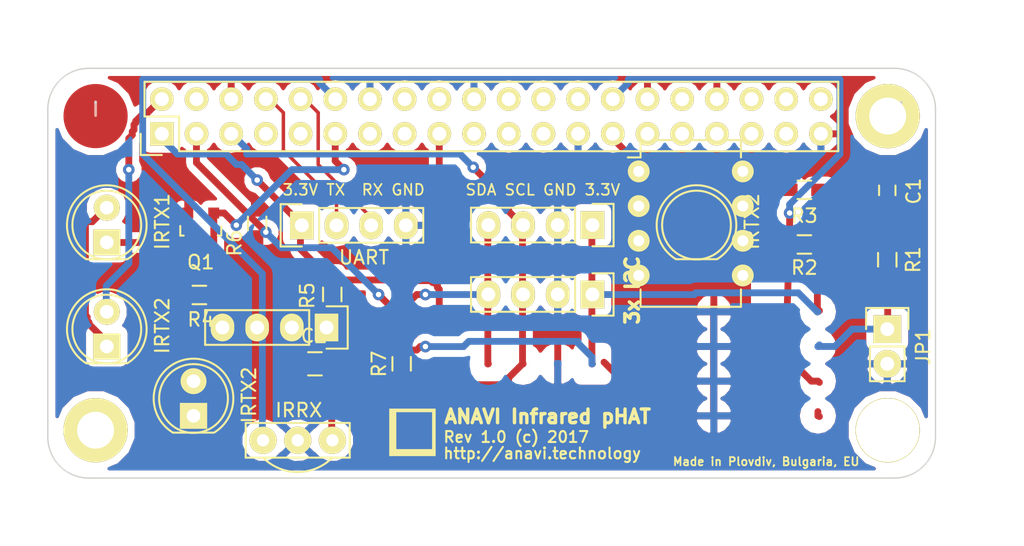
<source format=kicad_pcb>
(kicad_pcb (version 20171130) (host pcbnew "(5.1.5-0-10_14)")

  (general
    (thickness 1.6)
    (drawings 30)
    (tracks 239)
    (zones 0)
    (modules 27)
    (nets 36)
  )

  (page A4)
  (title_block
    (title "Anavi Infra pHAT")
    (date 2017-01-21)
    (company "Anavi Technology")
  )

  (layers
    (0 F.Cu signal)
    (31 B.Cu signal)
    (32 B.Adhes user)
    (33 F.Adhes user)
    (34 B.Paste user)
    (35 F.Paste user)
    (36 B.SilkS user)
    (37 F.SilkS user)
    (38 B.Mask user)
    (39 F.Mask user)
    (40 Dwgs.User user)
    (41 Cmts.User user)
    (42 Eco1.User user)
    (43 Eco2.User user)
    (44 Edge.Cuts user)
    (45 Margin user)
    (46 B.CrtYd user)
    (47 F.CrtYd user)
    (48 B.Fab user)
    (49 F.Fab user)
  )

  (setup
    (last_trace_width 0.5)
    (user_trace_width 0.254)
    (user_trace_width 0.5)
    (user_trace_width 0.754)
    (trace_clearance 0.254)
    (zone_clearance 0.508)
    (zone_45_only no)
    (trace_min 0.25)
    (via_size 0.85)
    (via_drill 0.4)
    (via_min_size 0.4)
    (via_min_drill 0.3)
    (uvia_size 0.35)
    (uvia_drill 0.1)
    (uvias_allowed no)
    (uvia_min_size 0.2)
    (uvia_min_drill 0.1)
    (edge_width 0.1)
    (segment_width 0.2)
    (pcb_text_width 0.3)
    (pcb_text_size 1.5 1.5)
    (mod_edge_width 0.15)
    (mod_text_size 1 1)
    (mod_text_width 0.15)
    (pad_size 2 1.9)
    (pad_drill 0)
    (pad_to_mask_clearance 0)
    (aux_axis_origin 0 0)
    (visible_elements FFFFF97F)
    (pcbplotparams
      (layerselection 0x010e0_80000001)
      (usegerberextensions true)
      (usegerberattributes false)
      (usegerberadvancedattributes false)
      (creategerberjobfile false)
      (excludeedgelayer true)
      (linewidth 0.100000)
      (plotframeref false)
      (viasonmask false)
      (mode 1)
      (useauxorigin false)
      (hpglpennumber 1)
      (hpglpenspeed 20)
      (hpglpendiameter 15.000000)
      (psnegative false)
      (psa4output false)
      (plotreference true)
      (plotvalue true)
      (plotinvisibletext false)
      (padsonsilk false)
      (subtractmaskfromsilk false)
      (outputformat 1)
      (mirror false)
      (drillshape 0)
      (scaleselection 1)
      (outputdirectory "schemes/"))
  )

  (net 0 "")
  (net 1 +3V3)
  (net 2 GND)
  (net 3 "Net-(C2-Pad1)")
  (net 4 "Net-(IRTX1-Pad2)")
  (net 5 +5V)
  (net 6 "Net-(JP1-Pad1)")
  (net 7 "Net-(Q1-Pad1)")
  (net 8 "Net-(R2-Pad2)")
  (net 9 "Net-(R3-Pad2)")
  (net 10 "Net-(R6-Pad2)")
  (net 11 "Net-(R7-Pad2)")
  (net 12 /TXD)
  (net 13 /RXD)
  (net 14 "Net-(IRRX1-Pad1)")
  (net 15 "Net-(IRTX1-Pad1)")
  (net 16 "Net-(RASP_CONN1-Pad7)")
  (net 17 "Net-(RASP_CONN1-Pad13)")
  (net 18 "Net-(RASP_CONN1-Pad15)")
  (net 19 "Net-(RASP_CONN1-Pad16)")
  (net 20 "Net-(RASP_CONN1-Pad18)")
  (net 21 "Net-(RASP_CONN1-Pad19)")
  (net 22 "Net-(RASP_CONN1-Pad21)")
  (net 23 "Net-(RASP_CONN1-Pad22)")
  (net 24 "Net-(RASP_CONN1-Pad23)")
  (net 25 "Net-(RASP_CONN1-Pad24)")
  (net 26 "Net-(RASP_CONN1-Pad26)")
  (net 27 "Net-(RASP_CONN1-Pad29)")
  (net 28 "Net-(RASP_CONN1-Pad31)")
  (net 29 "Net-(RASP_CONN1-Pad32)")
  (net 30 "Net-(RASP_CONN1-Pad33)")
  (net 31 "Net-(RASP_CONN1-Pad35)")
  (net 32 "Net-(RASP_CONN1-Pad36)")
  (net 33 "Net-(RASP_CONN1-Pad37)")
  (net 34 "Net-(RASP_CONN1-Pad38)")
  (net 35 "Net-(RASP_CONN1-Pad40)")

  (net_class Default "This is the default net class."
    (clearance 0.254)
    (trace_width 0.5)
    (via_dia 0.85)
    (via_drill 0.4)
    (uvia_dia 0.35)
    (uvia_drill 0.1)
    (add_net +3V3)
    (add_net +5V)
    (add_net /RXD)
    (add_net /TXD)
    (add_net GND)
    (add_net "Net-(C2-Pad1)")
    (add_net "Net-(IRRX1-Pad1)")
    (add_net "Net-(IRTX1-Pad1)")
    (add_net "Net-(IRTX1-Pad2)")
    (add_net "Net-(JP1-Pad1)")
    (add_net "Net-(Q1-Pad1)")
    (add_net "Net-(R2-Pad2)")
    (add_net "Net-(R3-Pad2)")
    (add_net "Net-(R6-Pad2)")
    (add_net "Net-(R7-Pad2)")
    (add_net "Net-(RASP_CONN1-Pad13)")
    (add_net "Net-(RASP_CONN1-Pad15)")
    (add_net "Net-(RASP_CONN1-Pad16)")
    (add_net "Net-(RASP_CONN1-Pad18)")
    (add_net "Net-(RASP_CONN1-Pad19)")
    (add_net "Net-(RASP_CONN1-Pad21)")
    (add_net "Net-(RASP_CONN1-Pad22)")
    (add_net "Net-(RASP_CONN1-Pad23)")
    (add_net "Net-(RASP_CONN1-Pad24)")
    (add_net "Net-(RASP_CONN1-Pad26)")
    (add_net "Net-(RASP_CONN1-Pad29)")
    (add_net "Net-(RASP_CONN1-Pad31)")
    (add_net "Net-(RASP_CONN1-Pad32)")
    (add_net "Net-(RASP_CONN1-Pad33)")
    (add_net "Net-(RASP_CONN1-Pad35)")
    (add_net "Net-(RASP_CONN1-Pad36)")
    (add_net "Net-(RASP_CONN1-Pad37)")
    (add_net "Net-(RASP_CONN1-Pad38)")
    (add_net "Net-(RASP_CONN1-Pad40)")
    (add_net "Net-(RASP_CONN1-Pad7)")
  )

  (net_class vcc ""
    (clearance 0.254)
    (trace_width 1.5)
    (via_dia 0.85)
    (via_drill 0.4)
    (uvia_dia 0.35)
    (uvia_drill 0.1)
  )

  (module LEDs:LED-5MM (layer F.Cu) (tedit 5E5D0DCC) (tstamp 5E342B94)
    (at 196 87.75 90)
    (descr "LED 5mm round vertical")
    (tags "LED 5mm round vertical")
    (path /5882BE41)
    (fp_text reference IRTX2 (at 1.524 4.064 90) (layer F.SilkS)
      (effects (font (size 1 1) (thickness 0.15)))
    )
    (fp_text value L-53F3BT (at 1.524 -3.937 90) (layer F.Fab) hide
      (effects (font (size 1 1) (thickness 0.15)))
    )
    (fp_text user K (at -1.905 1.905 90) (layer F.SilkS) hide
      (effects (font (size 1 1) (thickness 0.15)))
    )
    (fp_circle (center 1.27 0) (end 0.97 -2.5) (layer F.SilkS) (width 0.15))
    (fp_line (start -1.23 1.5) (end -1.23 -1.5) (layer F.SilkS) (width 0.15))
    (fp_arc (start 1.27 0) (end -1.23 -1.5) (angle 297.5) (layer F.SilkS) (width 0.15))
    (fp_arc (start 1.3 0) (end -1.5 1.55) (angle -302) (layer F.CrtYd) (width 0.05))
    (fp_line (start -1.5 -1.55) (end -1.5 1.55) (layer F.CrtYd) (width 0.05))
    (pad 2 smd circle (at 2.54 0 90) (size 1.9 1.9) (layers F.Cu F.Paste F.Mask))
    (pad 1 smd rect (at 0 0 180) (size 2 1.9) (layers F.Cu F.Paste F.Mask))
    (model LEDs.3dshapes/LED-5MM.wrl
      (offset (xyz 1.269999980926514 0 0))
      (scale (xyz 1 1 1))
      (rotate (xyz 0 0 90))
    )
  )

  (module LEDs:LED-5MM (layer F.Cu) (tedit 588FBD8F) (tstamp 5E342B94)
    (at 159.17 100.45 90)
    (descr "LED 5mm round vertical")
    (tags "LED 5mm round vertical")
    (path /5882BE41)
    (fp_text reference IRTX2 (at 1.524 4.064 90) (layer F.SilkS)
      (effects (font (size 1 1) (thickness 0.15)))
    )
    (fp_text value L-53F3BT (at 1.524 -3.937 90) (layer F.Fab) hide
      (effects (font (size 1 1) (thickness 0.15)))
    )
    (fp_text user K (at -1.905 1.905 90) (layer F.SilkS) hide
      (effects (font (size 1 1) (thickness 0.15)))
    )
    (fp_circle (center 1.27 0) (end 0.97 -2.5) (layer F.SilkS) (width 0.15))
    (fp_line (start -1.23 1.5) (end -1.23 -1.5) (layer F.SilkS) (width 0.15))
    (fp_arc (start 1.27 0) (end -1.23 -1.5) (angle 297.5) (layer F.SilkS) (width 0.15))
    (fp_arc (start 1.3 0) (end -1.5 1.55) (angle -302) (layer F.CrtYd) (width 0.05))
    (fp_line (start -1.5 -1.55) (end -1.5 1.55) (layer F.CrtYd) (width 0.05))
    (pad 2 thru_hole circle (at 2.54 0 90) (size 1.9 1.9) (drill 1.00076) (layers *.Cu *.Mask F.SilkS))
    (pad 1 thru_hole rect (at 0 0 180) (size 2 1.9) (drill 1.00076) (layers *.Cu *.Mask F.SilkS))
    (model LEDs.3dshapes/LED-5MM.wrl
      (offset (xyz 1.269999980926514 0 0))
      (scale (xyz 1 1 1))
      (rotate (xyz 0 0 90))
    )
  )

  (module Capacitors_SMD:C_0603_HandSoldering (layer F.Cu) (tedit 588FBDB9) (tstamp 58831703)
    (at 209.97 83.94 90)
    (descr "Capacitor SMD 0603, hand soldering")
    (tags "capacitor 0603")
    (path /56FB5967)
    (attr smd)
    (fp_text reference C1 (at -0.06 1.93 90) (layer F.SilkS)
      (effects (font (size 1 1) (thickness 0.15)))
    )
    (fp_text value 0.1 (at 0 1.9 90) (layer F.Fab) hide
      (effects (font (size 1 1) (thickness 0.15)))
    )
    (fp_line (start -1.85 -0.75) (end 1.85 -0.75) (layer F.CrtYd) (width 0.05))
    (fp_line (start -1.85 0.75) (end 1.85 0.75) (layer F.CrtYd) (width 0.05))
    (fp_line (start -1.85 -0.75) (end -1.85 0.75) (layer F.CrtYd) (width 0.05))
    (fp_line (start 1.85 -0.75) (end 1.85 0.75) (layer F.CrtYd) (width 0.05))
    (fp_line (start -0.35 -0.6) (end 0.35 -0.6) (layer F.SilkS) (width 0.15))
    (fp_line (start 0.35 0.6) (end -0.35 0.6) (layer F.SilkS) (width 0.15))
    (pad 1 smd rect (at -0.95 0 90) (size 1.2 0.75) (layers F.Cu F.Paste F.Mask)
      (net 1 +3V3))
    (pad 2 smd rect (at 0.95 0 90) (size 1.2 0.75) (layers F.Cu F.Paste F.Mask)
      (net 2 GND))
    (model Capacitors_SMD.3dshapes/C_0603_HandSoldering.wrl
      (at (xyz 0 0 0))
      (scale (xyz 1 1 1))
      (rotate (xyz 0 0 0))
    )
  )

  (module Capacitors_SMD:C_0805_HandSoldering (layer F.Cu) (tedit 588FBD5A) (tstamp 58831709)
    (at 168.06 96.64 180)
    (descr "Capacitor SMD 0805, hand soldering")
    (tags "capacitor 0805")
    (path /56FCE773)
    (attr smd)
    (fp_text reference C2 (at 0.06 2.04 180) (layer F.SilkS)
      (effects (font (size 1 1) (thickness 0.15)))
    )
    (fp_text value 4.7 (at 0 2.1 180) (layer F.Fab) hide
      (effects (font (size 1 1) (thickness 0.15)))
    )
    (fp_line (start -2.3 -1) (end 2.3 -1) (layer F.CrtYd) (width 0.05))
    (fp_line (start -2.3 1) (end 2.3 1) (layer F.CrtYd) (width 0.05))
    (fp_line (start -2.3 -1) (end -2.3 1) (layer F.CrtYd) (width 0.05))
    (fp_line (start 2.3 -1) (end 2.3 1) (layer F.CrtYd) (width 0.05))
    (fp_line (start 0.5 -0.85) (end -0.5 -0.85) (layer F.SilkS) (width 0.15))
    (fp_line (start -0.5 0.85) (end 0.5 0.85) (layer F.SilkS) (width 0.15))
    (pad 1 smd rect (at -1.25 0 180) (size 1.5 1.25) (layers F.Cu F.Paste F.Mask)
      (net 3 "Net-(C2-Pad1)"))
    (pad 2 smd rect (at 1.25 0 180) (size 1.5 1.25) (layers F.Cu F.Paste F.Mask)
      (net 2 GND))
    (model Capacitors_SMD.3dshapes/C_0805_HandSoldering.wrl
      (at (xyz 0 0 0))
      (scale (xyz 1 1 1))
      (rotate (xyz 0 0 0))
    )
  )

  (module LEDs:LED-5MM (layer F.Cu) (tedit 588FBD88) (tstamp 5883170F)
    (at 152.82 87.75 90)
    (descr "LED 5mm round vertical")
    (tags "LED 5mm round vertical")
    (path /56FCCD5F)
    (fp_text reference IRTX1 (at 1.524 4.064 90) (layer F.SilkS)
      (effects (font (size 1 1) (thickness 0.15)))
    )
    (fp_text value L-53F3BT (at 1.524 -3.937 90) (layer F.Fab) hide
      (effects (font (size 1 1) (thickness 0.15)))
    )
    (fp_line (start -1.5 -1.55) (end -1.5 1.55) (layer F.CrtYd) (width 0.05))
    (fp_arc (start 1.3 0) (end -1.5 1.55) (angle -302) (layer F.CrtYd) (width 0.05))
    (fp_arc (start 1.27 0) (end -1.23 -1.5) (angle 297.5) (layer F.SilkS) (width 0.15))
    (fp_line (start -1.23 1.5) (end -1.23 -1.5) (layer F.SilkS) (width 0.15))
    (fp_circle (center 1.27 0) (end 0.97 -2.5) (layer F.SilkS) (width 0.15))
    (fp_text user K (at -1.905 1.905 90) (layer F.SilkS) hide
      (effects (font (size 1 1) (thickness 0.15)))
    )
    (pad 1 thru_hole rect (at 0 0 180) (size 2 1.9) (drill 1.00076) (layers *.Cu *.Mask F.SilkS)
      (net 15 "Net-(IRTX1-Pad1)"))
    (pad 2 thru_hole circle (at 2.54 0 90) (size 1.9 1.9) (drill 1.00076) (layers *.Cu *.Mask F.SilkS)
      (net 4 "Net-(IRTX1-Pad2)"))
    (model LEDs.3dshapes/LED-5MM.wrl
      (offset (xyz 1.269999980926514 0 0))
      (scale (xyz 1 1 1))
      (rotate (xyz 0 0 90))
    )
  )

  (module LEDs:LED-5MM (layer F.Cu) (tedit 588FBD8F) (tstamp 58831715)
    (at 152.82 95.37 90)
    (descr "LED 5mm round vertical")
    (tags "LED 5mm round vertical")
    (path /5882BE41)
    (fp_text reference IRTX2 (at 1.524 4.064 90) (layer F.SilkS)
      (effects (font (size 1 1) (thickness 0.15)))
    )
    (fp_text value L-53F3BT (at 1.524 -3.937 90) (layer F.Fab) hide
      (effects (font (size 1 1) (thickness 0.15)))
    )
    (fp_line (start -1.5 -1.55) (end -1.5 1.55) (layer F.CrtYd) (width 0.05))
    (fp_arc (start 1.3 0) (end -1.5 1.55) (angle -302) (layer F.CrtYd) (width 0.05))
    (fp_arc (start 1.27 0) (end -1.23 -1.5) (angle 297.5) (layer F.SilkS) (width 0.15))
    (fp_line (start -1.23 1.5) (end -1.23 -1.5) (layer F.SilkS) (width 0.15))
    (fp_circle (center 1.27 0) (end 0.97 -2.5) (layer F.SilkS) (width 0.15))
    (fp_text user K (at -1.905 1.905 90) (layer F.SilkS) hide
      (effects (font (size 1 1) (thickness 0.15)))
    )
    (pad 1 thru_hole rect (at 0 0 180) (size 2 1.9) (drill 1.00076) (layers *.Cu *.Mask F.SilkS)
      (net 4 "Net-(IRTX1-Pad2)"))
    (pad 2 thru_hole circle (at 2.54 0 90) (size 1.9 1.9) (drill 1.00076) (layers *.Cu *.Mask F.SilkS)
      (net 5 +5V))
    (model LEDs.3dshapes/LED-5MM.wrl
      (offset (xyz 1.269999980926514 0 0))
      (scale (xyz 1 1 1))
      (rotate (xyz 0 0 90))
    )
  )

  (module Pin_Headers:Pin_Header_Straight_1x02 (layer F.Cu) (tedit 588FBD9A) (tstamp 5883171B)
    (at 209.97 94.1)
    (descr "Through hole pin header")
    (tags "pin header")
    (path /570C5478)
    (fp_text reference JP1 (at 2.63 1.3 90) (layer F.SilkS)
      (effects (font (size 1 1) (thickness 0.15)))
    )
    (fp_text value JUMPER (at 0 -3.1) (layer F.Fab) hide
      (effects (font (size 1 1) (thickness 0.15)))
    )
    (fp_line (start 1.27 1.27) (end 1.27 3.81) (layer F.SilkS) (width 0.15))
    (fp_line (start 1.55 -1.55) (end 1.55 0) (layer F.SilkS) (width 0.15))
    (fp_line (start -1.75 -1.75) (end -1.75 4.3) (layer F.CrtYd) (width 0.05))
    (fp_line (start 1.75 -1.75) (end 1.75 4.3) (layer F.CrtYd) (width 0.05))
    (fp_line (start -1.75 -1.75) (end 1.75 -1.75) (layer F.CrtYd) (width 0.05))
    (fp_line (start -1.75 4.3) (end 1.75 4.3) (layer F.CrtYd) (width 0.05))
    (fp_line (start 1.27 1.27) (end -1.27 1.27) (layer F.SilkS) (width 0.15))
    (fp_line (start -1.55 0) (end -1.55 -1.55) (layer F.SilkS) (width 0.15))
    (fp_line (start -1.55 -1.55) (end 1.55 -1.55) (layer F.SilkS) (width 0.15))
    (fp_line (start -1.27 1.27) (end -1.27 3.81) (layer F.SilkS) (width 0.15))
    (fp_line (start -1.27 3.81) (end 1.27 3.81) (layer F.SilkS) (width 0.15))
    (pad 1 thru_hole rect (at 0 0) (size 2.032 2.032) (drill 1.016) (layers *.Cu *.Mask F.SilkS)
      (net 6 "Net-(JP1-Pad1)"))
    (pad 2 thru_hole oval (at 0 2.54) (size 2.032 2.032) (drill 1.016) (layers *.Cu *.Mask F.SilkS)
      (net 2 GND))
    (model Pin_Headers.3dshapes/Pin_Header_Straight_1x02.wrl
      (offset (xyz 0 -1.269999980926514 0))
      (scale (xyz 1 1 1))
      (rotate (xyz 0 0 90))
    )
  )

  (module TO_SOT_Packages_SMD:SOT-23 (layer F.Cu) (tedit 588FBD4C) (tstamp 58831722)
    (at 159.7 86.6 180)
    (descr "SOT-23, Standard")
    (tags SOT-23)
    (path /570BF19F)
    (attr smd)
    (fp_text reference Q1 (at 0 -2.6 180) (layer F.SilkS)
      (effects (font (size 1 1) (thickness 0.15)))
    )
    (fp_text value BC817 (at 0 2.3 180) (layer F.Fab) hide
      (effects (font (size 1 1) (thickness 0.15)))
    )
    (fp_line (start -1.65 -1.6) (end 1.65 -1.6) (layer F.CrtYd) (width 0.05))
    (fp_line (start 1.65 -1.6) (end 1.65 1.6) (layer F.CrtYd) (width 0.05))
    (fp_line (start 1.65 1.6) (end -1.65 1.6) (layer F.CrtYd) (width 0.05))
    (fp_line (start -1.65 1.6) (end -1.65 -1.6) (layer F.CrtYd) (width 0.05))
    (fp_line (start 1.29916 -0.65024) (end 1.2509 -0.65024) (layer F.SilkS) (width 0.15))
    (fp_line (start -1.49982 0.0508) (end -1.49982 -0.65024) (layer F.SilkS) (width 0.15))
    (fp_line (start -1.49982 -0.65024) (end -1.2509 -0.65024) (layer F.SilkS) (width 0.15))
    (fp_line (start 1.29916 -0.65024) (end 1.49982 -0.65024) (layer F.SilkS) (width 0.15))
    (fp_line (start 1.49982 -0.65024) (end 1.49982 0.0508) (layer F.SilkS) (width 0.15))
    (pad 1 smd rect (at -0.95 1.00076 180) (size 0.8001 0.8001) (layers F.Cu F.Paste F.Mask)
      (net 7 "Net-(Q1-Pad1)"))
    (pad 2 smd rect (at 0.95 1.00076 180) (size 0.8001 0.8001) (layers F.Cu F.Paste F.Mask)
      (net 2 GND))
    (pad 3 smd rect (at 0 -0.99822 180) (size 0.8001 0.8001) (layers F.Cu F.Paste F.Mask)
      (net 15 "Net-(IRTX1-Pad1)"))
    (model TO_SOT_Packages_SMD.3dshapes/SOT-23.wrl
      (at (xyz 0 0 0))
      (scale (xyz 1 1 1))
      (rotate (xyz 0 0 0))
    )
  )

  (module Resistors_SMD:R_0603_HandSoldering (layer F.Cu) (tedit 588FBDA0) (tstamp 58831728)
    (at 209.97 89.02 270)
    (descr "Resistor SMD 0603, hand soldering")
    (tags "resistor 0603")
    (path /56FB57DD)
    (attr smd)
    (fp_text reference R1 (at 0 -1.9 270) (layer F.SilkS)
      (effects (font (size 1 1) (thickness 0.15)))
    )
    (fp_text value 1K (at 0 1.9 270) (layer F.Fab) hide
      (effects (font (size 1 1) (thickness 0.15)))
    )
    (fp_line (start -2 -0.8) (end 2 -0.8) (layer F.CrtYd) (width 0.05))
    (fp_line (start -2 0.8) (end 2 0.8) (layer F.CrtYd) (width 0.05))
    (fp_line (start -2 -0.8) (end -2 0.8) (layer F.CrtYd) (width 0.05))
    (fp_line (start 2 -0.8) (end 2 0.8) (layer F.CrtYd) (width 0.05))
    (fp_line (start 0.5 0.675) (end -0.5 0.675) (layer F.SilkS) (width 0.15))
    (fp_line (start -0.5 -0.675) (end 0.5 -0.675) (layer F.SilkS) (width 0.15))
    (pad 1 smd rect (at -1.1 0 270) (size 1.2 0.9) (layers F.Cu F.Paste F.Mask)
      (net 1 +3V3))
    (pad 2 smd rect (at 1.1 0 270) (size 1.2 0.9) (layers F.Cu F.Paste F.Mask)
      (net 6 "Net-(JP1-Pad1)"))
    (model Resistors_SMD.3dshapes/R_0603_HandSoldering.wrl
      (at (xyz 0 0 0))
      (scale (xyz 1 1 1))
      (rotate (xyz 0 0 0))
    )
  )

  (module Resistors_SMD:R_0603_HandSoldering (layer F.Cu) (tedit 588FBDA5) (tstamp 5883172E)
    (at 203.9 87.9 180)
    (descr "Resistor SMD 0603, hand soldering")
    (tags "resistor 0603")
    (path /56FB589D)
    (attr smd)
    (fp_text reference R2 (at 0 -1.7 180) (layer F.SilkS)
      (effects (font (size 1 1) (thickness 0.15)))
    )
    (fp_text value 4.7K (at 0 1.9 180) (layer F.Fab) hide
      (effects (font (size 1 1) (thickness 0.15)))
    )
    (fp_line (start -2 -0.8) (end 2 -0.8) (layer F.CrtYd) (width 0.05))
    (fp_line (start -2 0.8) (end 2 0.8) (layer F.CrtYd) (width 0.05))
    (fp_line (start -2 -0.8) (end -2 0.8) (layer F.CrtYd) (width 0.05))
    (fp_line (start 2 -0.8) (end 2 0.8) (layer F.CrtYd) (width 0.05))
    (fp_line (start 0.5 0.675) (end -0.5 0.675) (layer F.SilkS) (width 0.15))
    (fp_line (start -0.5 -0.675) (end 0.5 -0.675) (layer F.SilkS) (width 0.15))
    (pad 1 smd rect (at -1.1 0 180) (size 1.2 0.9) (layers F.Cu F.Paste F.Mask)
      (net 1 +3V3))
    (pad 2 smd rect (at 1.1 0 180) (size 1.2 0.9) (layers F.Cu F.Paste F.Mask)
      (net 8 "Net-(R2-Pad2)"))
    (model Resistors_SMD.3dshapes/R_0603_HandSoldering.wrl
      (at (xyz 0 0 0))
      (scale (xyz 1 1 1))
      (rotate (xyz 0 0 0))
    )
  )

  (module Resistors_SMD:R_0603_HandSoldering (layer F.Cu) (tedit 588FBDAE) (tstamp 58831734)
    (at 203.9 83.9 180)
    (descr "Resistor SMD 0603, hand soldering")
    (tags "resistor 0603")
    (path /56FB5912)
    (attr smd)
    (fp_text reference R3 (at 0 -1.9 180) (layer F.SilkS)
      (effects (font (size 1 1) (thickness 0.15)))
    )
    (fp_text value 4.7K (at 0 1.9 180) (layer F.Fab) hide
      (effects (font (size 1 1) (thickness 0.15)))
    )
    (fp_line (start -2 -0.8) (end 2 -0.8) (layer F.CrtYd) (width 0.05))
    (fp_line (start -2 0.8) (end 2 0.8) (layer F.CrtYd) (width 0.05))
    (fp_line (start -2 -0.8) (end -2 0.8) (layer F.CrtYd) (width 0.05))
    (fp_line (start 2 -0.8) (end 2 0.8) (layer F.CrtYd) (width 0.05))
    (fp_line (start 0.5 0.675) (end -0.5 0.675) (layer F.SilkS) (width 0.15))
    (fp_line (start -0.5 -0.675) (end 0.5 -0.675) (layer F.SilkS) (width 0.15))
    (pad 1 smd rect (at -1.1 0 180) (size 1.2 0.9) (layers F.Cu F.Paste F.Mask)
      (net 1 +3V3))
    (pad 2 smd rect (at 1.1 0 180) (size 1.2 0.9) (layers F.Cu F.Paste F.Mask)
      (net 9 "Net-(R3-Pad2)"))
    (model Resistors_SMD.3dshapes/R_0603_HandSoldering.wrl
      (at (xyz 0 0 0))
      (scale (xyz 1 1 1))
      (rotate (xyz 0 0 0))
    )
  )

  (module Resistors_SMD:R_0603_HandSoldering (layer F.Cu) (tedit 588FBD53) (tstamp 5883173A)
    (at 159.6 91.6)
    (descr "Resistor SMD 0603, hand soldering")
    (tags "resistor 0603")
    (path /570BEF32)
    (attr smd)
    (fp_text reference R4 (at 0.1 1.8) (layer F.SilkS)
      (effects (font (size 1 1) (thickness 0.15)))
    )
    (fp_text value 10K (at 0 1.9) (layer F.Fab) hide
      (effects (font (size 1 1) (thickness 0.15)))
    )
    (fp_line (start -2 -0.8) (end 2 -0.8) (layer F.CrtYd) (width 0.05))
    (fp_line (start -2 0.8) (end 2 0.8) (layer F.CrtYd) (width 0.05))
    (fp_line (start -2 -0.8) (end -2 0.8) (layer F.CrtYd) (width 0.05))
    (fp_line (start 2 -0.8) (end 2 0.8) (layer F.CrtYd) (width 0.05))
    (fp_line (start 0.5 0.675) (end -0.5 0.675) (layer F.SilkS) (width 0.15))
    (fp_line (start -0.5 -0.675) (end 0.5 -0.675) (layer F.SilkS) (width 0.15))
    (pad 1 smd rect (at -1.1 0) (size 1.2 0.9) (layers F.Cu F.Paste F.Mask)
      (net 2 GND))
    (pad 2 smd rect (at 1.1 0) (size 1.2 0.9) (layers F.Cu F.Paste F.Mask)
      (net 7 "Net-(Q1-Pad1)"))
    (model Resistors_SMD.3dshapes/R_0603_HandSoldering.wrl
      (at (xyz 0 0 0))
      (scale (xyz 1 1 1))
      (rotate (xyz 0 0 0))
    )
  )

  (module Resistors_SMD:R_0603_HandSoldering (layer F.Cu) (tedit 588FBD64) (tstamp 58831740)
    (at 169.33 91.56 270)
    (descr "Resistor SMD 0603, hand soldering")
    (tags "resistor 0603")
    (path /56FCE3CD)
    (attr smd)
    (fp_text reference R5 (at 0.09 1.83 270) (layer F.SilkS)
      (effects (font (size 1 1) (thickness 0.15)))
    )
    (fp_text value 470 (at 0 1.9 270) (layer F.Fab) hide
      (effects (font (size 1 1) (thickness 0.15)))
    )
    (fp_line (start -2 -0.8) (end 2 -0.8) (layer F.CrtYd) (width 0.05))
    (fp_line (start -2 0.8) (end 2 0.8) (layer F.CrtYd) (width 0.05))
    (fp_line (start -2 -0.8) (end -2 0.8) (layer F.CrtYd) (width 0.05))
    (fp_line (start 2 -0.8) (end 2 0.8) (layer F.CrtYd) (width 0.05))
    (fp_line (start 0.5 0.675) (end -0.5 0.675) (layer F.SilkS) (width 0.15))
    (fp_line (start -0.5 -0.675) (end 0.5 -0.675) (layer F.SilkS) (width 0.15))
    (pad 1 smd rect (at -1.1 0 270) (size 1.2 0.9) (layers F.Cu F.Paste F.Mask)
      (net 1 +3V3))
    (pad 2 smd rect (at 1.1 0 270) (size 1.2 0.9) (layers F.Cu F.Paste F.Mask)
      (net 3 "Net-(C2-Pad1)"))
    (model Resistors_SMD.3dshapes/R_0603_HandSoldering.wrl
      (at (xyz 0 0 0))
      (scale (xyz 1 1 1))
      (rotate (xyz 0 0 0))
    )
  )

  (module Resistors_SMD:R_0603_HandSoldering (layer F.Cu) (tedit 588FBD6B) (tstamp 58831746)
    (at 163.83 86.36 270)
    (descr "Resistor SMD 0603, hand soldering")
    (tags "resistor 0603")
    (path /570C0762)
    (attr smd)
    (fp_text reference R6 (at 1.44 1.66 270) (layer F.SilkS)
      (effects (font (size 1 1) (thickness 0.15)))
    )
    (fp_text value 4.7K (at 0 1.9 270) (layer F.Fab) hide
      (effects (font (size 1 1) (thickness 0.15)))
    )
    (fp_line (start -2 -0.8) (end 2 -0.8) (layer F.CrtYd) (width 0.05))
    (fp_line (start -2 0.8) (end 2 0.8) (layer F.CrtYd) (width 0.05))
    (fp_line (start -2 -0.8) (end -2 0.8) (layer F.CrtYd) (width 0.05))
    (fp_line (start 2 -0.8) (end 2 0.8) (layer F.CrtYd) (width 0.05))
    (fp_line (start 0.5 0.675) (end -0.5 0.675) (layer F.SilkS) (width 0.15))
    (fp_line (start -0.5 -0.675) (end 0.5 -0.675) (layer F.SilkS) (width 0.15))
    (pad 1 smd rect (at -1.1 0 270) (size 1.2 0.9) (layers F.Cu F.Paste F.Mask)
      (net 1 +3V3))
    (pad 2 smd rect (at 1.1 0 270) (size 1.2 0.9) (layers F.Cu F.Paste F.Mask)
      (net 10 "Net-(R6-Pad2)"))
    (model Resistors_SMD.3dshapes/R_0603_HandSoldering.wrl
      (at (xyz 0 0 0))
      (scale (xyz 1 1 1))
      (rotate (xyz 0 0 0))
    )
  )

  (module Resistors_SMD:R_0603_HandSoldering (layer F.Cu) (tedit 588FBD73) (tstamp 5883174C)
    (at 174.41 96.64 270)
    (descr "Resistor SMD 0603, hand soldering")
    (tags "resistor 0603")
    (path /570C0BD5)
    (attr smd)
    (fp_text reference R7 (at 0.01 1.66 270) (layer F.SilkS)
      (effects (font (size 1 1) (thickness 0.15)))
    )
    (fp_text value 4.7K (at 0 1.9 270) (layer F.Fab) hide
      (effects (font (size 1 1) (thickness 0.15)))
    )
    (fp_line (start -2 -0.8) (end 2 -0.8) (layer F.CrtYd) (width 0.05))
    (fp_line (start -2 0.8) (end 2 0.8) (layer F.CrtYd) (width 0.05))
    (fp_line (start -2 -0.8) (end -2 0.8) (layer F.CrtYd) (width 0.05))
    (fp_line (start 2 -0.8) (end 2 0.8) (layer F.CrtYd) (width 0.05))
    (fp_line (start 0.5 0.675) (end -0.5 0.675) (layer F.SilkS) (width 0.15))
    (fp_line (start -0.5 -0.675) (end 0.5 -0.675) (layer F.SilkS) (width 0.15))
    (pad 1 smd rect (at -1.1 0 270) (size 1.2 0.9) (layers F.Cu F.Paste F.Mask)
      (net 1 +3V3))
    (pad 2 smd rect (at 1.1 0 270) (size 1.2 0.9) (layers F.Cu F.Paste F.Mask)
      (net 11 "Net-(R7-Pad2)"))
    (model Resistors_SMD.3dshapes/R_0603_HandSoldering.wrl
      (at (xyz 0 0 0))
      (scale (xyz 1 1 1))
      (rotate (xyz 0 0 0))
    )
  )

  (module Pin_Headers:Pin_Header_Straight_2x20 (layer F.Cu) (tedit 588FBD82) (tstamp 58831778)
    (at 156.85 79.8 90)
    (descr "Through hole pin header")
    (tags "pin header")
    (path /56FB7C7A)
    (fp_text reference RASP_CONN1 (at 0 -5.1 90) (layer F.SilkS) hide
      (effects (font (size 1 1) (thickness 0.15)))
    )
    (fp_text value Raspberry_PI (at 0 -3.1 90) (layer F.Fab) hide
      (effects (font (size 1 1) (thickness 0.15)))
    )
    (fp_line (start -1.75 -1.75) (end -1.75 50.05) (layer F.CrtYd) (width 0.05))
    (fp_line (start 4.3 -1.75) (end 4.3 50.05) (layer F.CrtYd) (width 0.05))
    (fp_line (start -1.75 -1.75) (end 4.3 -1.75) (layer F.CrtYd) (width 0.05))
    (fp_line (start -1.75 50.05) (end 4.3 50.05) (layer F.CrtYd) (width 0.05))
    (fp_line (start 3.81 49.53) (end 3.81 -1.27) (layer F.SilkS) (width 0.15))
    (fp_line (start -1.27 1.27) (end -1.27 49.53) (layer F.SilkS) (width 0.15))
    (fp_line (start 3.81 49.53) (end -1.27 49.53) (layer F.SilkS) (width 0.15))
    (fp_line (start 3.81 -1.27) (end 1.27 -1.27) (layer F.SilkS) (width 0.15))
    (fp_line (start 0 -1.55) (end -1.55 -1.55) (layer F.SilkS) (width 0.15))
    (fp_line (start 1.27 -1.27) (end 1.27 1.27) (layer F.SilkS) (width 0.15))
    (fp_line (start 1.27 1.27) (end -1.27 1.27) (layer F.SilkS) (width 0.15))
    (fp_line (start -1.55 -1.55) (end -1.55 0) (layer F.SilkS) (width 0.15))
    (pad 1 thru_hole rect (at 0 0 90) (size 1.7272 1.7272) (drill 1.016) (layers *.Cu *.Mask F.SilkS)
      (net 1 +3V3))
    (pad 2 thru_hole oval (at 2.54 0 90) (size 1.7272 1.7272) (drill 1.016) (layers *.Cu *.Mask F.SilkS)
      (net 5 +5V))
    (pad 3 thru_hole oval (at 0 2.54 90) (size 1.7272 1.7272) (drill 1.016) (layers *.Cu *.Mask F.SilkS)
      (net 10 "Net-(R6-Pad2)"))
    (pad 4 thru_hole oval (at 2.54 2.54 90) (size 1.7272 1.7272) (drill 1.016) (layers *.Cu *.Mask F.SilkS)
      (net 5 +5V))
    (pad 5 thru_hole oval (at 0 5.08 90) (size 1.7272 1.7272) (drill 1.016) (layers *.Cu *.Mask F.SilkS)
      (net 11 "Net-(R7-Pad2)"))
    (pad 6 thru_hole oval (at 2.54 5.08 90) (size 1.7272 1.7272) (drill 1.016) (layers *.Cu *.Mask F.SilkS)
      (net 2 GND))
    (pad 7 thru_hole oval (at 0 7.62 90) (size 1.7272 1.7272) (drill 1.016) (layers *.Cu *.Mask F.SilkS)
      (net 16 "Net-(RASP_CONN1-Pad7)"))
    (pad 8 thru_hole oval (at 2.54 7.62 90) (size 1.7272 1.7272) (drill 1.016) (layers *.Cu *.Mask F.SilkS)
      (net 12 /TXD))
    (pad 9 thru_hole oval (at 0 10.16 90) (size 1.7272 1.7272) (drill 1.016) (layers *.Cu *.Mask F.SilkS)
      (net 2 GND))
    (pad 10 thru_hole oval (at 2.54 10.16 90) (size 1.7272 1.7272) (drill 1.016) (layers *.Cu *.Mask F.SilkS)
      (net 13 /RXD))
    (pad 11 thru_hole oval (at 0 12.7 90) (size 1.7272 1.7272) (drill 1.016) (layers *.Cu *.Mask F.SilkS)
      (net 7 "Net-(Q1-Pad1)"))
    (pad 12 thru_hole oval (at 2.54 12.7 90) (size 1.7272 1.7272) (drill 1.016) (layers *.Cu *.Mask F.SilkS)
      (net 14 "Net-(IRRX1-Pad1)"))
    (pad 13 thru_hole oval (at 0 15.24 90) (size 1.7272 1.7272) (drill 1.016) (layers *.Cu *.Mask F.SilkS)
      (net 17 "Net-(RASP_CONN1-Pad13)"))
    (pad 14 thru_hole oval (at 2.54 15.24 90) (size 1.7272 1.7272) (drill 1.016) (layers *.Cu *.Mask F.SilkS)
      (net 2 GND))
    (pad 15 thru_hole oval (at 0 17.78 90) (size 1.7272 1.7272) (drill 1.016) (layers *.Cu *.Mask F.SilkS)
      (net 18 "Net-(RASP_CONN1-Pad15)"))
    (pad 16 thru_hole oval (at 2.54 17.78 90) (size 1.7272 1.7272) (drill 1.016) (layers *.Cu *.Mask F.SilkS)
      (net 19 "Net-(RASP_CONN1-Pad16)"))
    (pad 17 thru_hole oval (at 0 20.32 90) (size 1.7272 1.7272) (drill 1.016) (layers *.Cu *.Mask F.SilkS)
      (net 1 +3V3))
    (pad 18 thru_hole oval (at 2.54 20.32 90) (size 1.7272 1.7272) (drill 1.016) (layers *.Cu *.Mask F.SilkS)
      (net 20 "Net-(RASP_CONN1-Pad18)"))
    (pad 19 thru_hole oval (at 0 22.86 90) (size 1.7272 1.7272) (drill 1.016) (layers *.Cu *.Mask F.SilkS)
      (net 21 "Net-(RASP_CONN1-Pad19)"))
    (pad 20 thru_hole oval (at 2.54 22.86 90) (size 1.7272 1.7272) (drill 1.016) (layers *.Cu *.Mask F.SilkS)
      (net 2 GND))
    (pad 21 thru_hole oval (at 0 25.4 90) (size 1.7272 1.7272) (drill 1.016) (layers *.Cu *.Mask F.SilkS)
      (net 22 "Net-(RASP_CONN1-Pad21)"))
    (pad 22 thru_hole oval (at 2.54 25.4 90) (size 1.7272 1.7272) (drill 1.016) (layers *.Cu *.Mask F.SilkS)
      (net 23 "Net-(RASP_CONN1-Pad22)"))
    (pad 23 thru_hole oval (at 0 27.94 90) (size 1.7272 1.7272) (drill 1.016) (layers *.Cu *.Mask F.SilkS)
      (net 24 "Net-(RASP_CONN1-Pad23)"))
    (pad 24 thru_hole oval (at 2.54 27.94 90) (size 1.7272 1.7272) (drill 1.016) (layers *.Cu *.Mask F.SilkS)
      (net 25 "Net-(RASP_CONN1-Pad24)"))
    (pad 25 thru_hole oval (at 0 30.48 90) (size 1.7272 1.7272) (drill 1.016) (layers *.Cu *.Mask F.SilkS)
      (net 2 GND))
    (pad 26 thru_hole oval (at 2.54 30.48 90) (size 1.7272 1.7272) (drill 1.016) (layers *.Cu *.Mask F.SilkS)
      (net 26 "Net-(RASP_CONN1-Pad26)"))
    (pad 27 thru_hole oval (at 0 33.02 90) (size 1.7272 1.7272) (drill 1.016) (layers *.Cu *.Mask F.SilkS)
      (net 9 "Net-(R3-Pad2)"))
    (pad 28 thru_hole oval (at 2.54 33.02 90) (size 1.7272 1.7272) (drill 1.016) (layers *.Cu *.Mask F.SilkS)
      (net 8 "Net-(R2-Pad2)"))
    (pad 29 thru_hole oval (at 0 35.56 90) (size 1.7272 1.7272) (drill 1.016) (layers *.Cu *.Mask F.SilkS)
      (net 27 "Net-(RASP_CONN1-Pad29)"))
    (pad 30 thru_hole oval (at 2.54 35.56 90) (size 1.7272 1.7272) (drill 1.016) (layers *.Cu *.Mask F.SilkS)
      (net 2 GND))
    (pad 31 thru_hole oval (at 0 38.1 90) (size 1.7272 1.7272) (drill 1.016) (layers *.Cu *.Mask F.SilkS)
      (net 28 "Net-(RASP_CONN1-Pad31)"))
    (pad 32 thru_hole oval (at 2.54 38.1 90) (size 1.7272 1.7272) (drill 1.016) (layers *.Cu *.Mask F.SilkS)
      (net 29 "Net-(RASP_CONN1-Pad32)"))
    (pad 33 thru_hole oval (at 0 40.64 90) (size 1.7272 1.7272) (drill 1.016) (layers *.Cu *.Mask F.SilkS)
      (net 30 "Net-(RASP_CONN1-Pad33)"))
    (pad 34 thru_hole oval (at 2.54 40.64 90) (size 1.7272 1.7272) (drill 1.016) (layers *.Cu *.Mask F.SilkS)
      (net 2 GND))
    (pad 35 thru_hole oval (at 0 43.18 90) (size 1.7272 1.7272) (drill 1.016) (layers *.Cu *.Mask F.SilkS)
      (net 31 "Net-(RASP_CONN1-Pad35)"))
    (pad 36 thru_hole oval (at 2.54 43.18 90) (size 1.7272 1.7272) (drill 1.016) (layers *.Cu *.Mask F.SilkS)
      (net 32 "Net-(RASP_CONN1-Pad36)"))
    (pad 37 thru_hole oval (at 0 45.72 90) (size 1.7272 1.7272) (drill 1.016) (layers *.Cu *.Mask F.SilkS)
      (net 33 "Net-(RASP_CONN1-Pad37)"))
    (pad 38 thru_hole oval (at 2.54 45.72 90) (size 1.7272 1.7272) (drill 1.016) (layers *.Cu *.Mask F.SilkS)
      (net 34 "Net-(RASP_CONN1-Pad38)"))
    (pad 39 thru_hole oval (at 0 48.26 90) (size 1.7272 1.7272) (drill 1.016) (layers *.Cu *.Mask F.SilkS)
      (net 2 GND))
    (pad 40 thru_hole oval (at 2.54 48.26 90) (size 1.7272 1.7272) (drill 1.016) (layers *.Cu *.Mask F.SilkS)
      (net 35 "Net-(RASP_CONN1-Pad40)"))
    (model Pin_Headers.3dshapes/Pin_Header_Straight_2x20.wrl
      (offset (xyz 1.269999980926514 -24.12999963760376 0))
      (scale (xyz 1 1 1))
      (rotate (xyz 0 0 90))
    )
  )

  (module Pin_Headers:Pin_Header_Straight_1x04 (layer F.Cu) (tedit 588FBD3A) (tstamp 58831780)
    (at 168.91 93.98 270)
    (descr "Through hole pin header")
    (tags "pin header")
    (path /5704A9C3)
    (fp_text reference SENS1 (at 0 -5.1 270) (layer F.SilkS) hide
      (effects (font (size 1 1) (thickness 0.15)))
    )
    (fp_text value I2C_SENS_1 (at 0 -3.1 270) (layer F.Fab) hide
      (effects (font (size 1 1) (thickness 0.15)))
    )
    (fp_line (start -1.75 -1.75) (end -1.75 9.4) (layer F.CrtYd) (width 0.05))
    (fp_line (start 1.75 -1.75) (end 1.75 9.4) (layer F.CrtYd) (width 0.05))
    (fp_line (start -1.75 -1.75) (end 1.75 -1.75) (layer F.CrtYd) (width 0.05))
    (fp_line (start -1.75 9.4) (end 1.75 9.4) (layer F.CrtYd) (width 0.05))
    (fp_line (start -1.27 1.27) (end -1.27 8.89) (layer F.SilkS) (width 0.15))
    (fp_line (start 1.27 1.27) (end 1.27 8.89) (layer F.SilkS) (width 0.15))
    (fp_line (start 1.55 -1.55) (end 1.55 0) (layer F.SilkS) (width 0.15))
    (fp_line (start -1.27 8.89) (end 1.27 8.89) (layer F.SilkS) (width 0.15))
    (fp_line (start 1.27 1.27) (end -1.27 1.27) (layer F.SilkS) (width 0.15))
    (fp_line (start -1.55 0) (end -1.55 -1.55) (layer F.SilkS) (width 0.15))
    (fp_line (start -1.55 -1.55) (end 1.55 -1.55) (layer F.SilkS) (width 0.15))
    (pad 1 thru_hole rect (at 0 0 270) (size 2.032 1.7272) (drill 1.016) (layers *.Cu *.Mask F.SilkS)
      (net 1 +3V3))
    (pad 2 thru_hole oval (at 0 2.54 270) (size 2.032 1.7272) (drill 1.016) (layers *.Cu *.Mask F.SilkS)
      (net 2 GND))
    (pad 3 thru_hole oval (at 0 5.08 270) (size 2.032 1.7272) (drill 1.016) (layers *.Cu *.Mask F.SilkS)
      (net 11 "Net-(R7-Pad2)"))
    (pad 4 thru_hole oval (at 0 7.62 270) (size 2.032 1.7272) (drill 1.016) (layers *.Cu *.Mask F.SilkS)
      (net 10 "Net-(R6-Pad2)"))
    (model Pin_Headers.3dshapes/Pin_Header_Straight_1x04.wrl
      (offset (xyz 0 -3.809999942779541 0))
      (scale (xyz 1 1 1))
      (rotate (xyz 0 0 90))
    )
  )

  (module Pin_Headers:Pin_Header_Straight_1x04 (layer F.Cu) (tedit 588FBD33) (tstamp 58831788)
    (at 188.38 91.56 270)
    (descr "Through hole pin header")
    (tags "pin header")
    (path /5752A123)
    (fp_text reference SENS2 (at 0 -5.1 270) (layer F.SilkS) hide
      (effects (font (size 1 1) (thickness 0.15)))
    )
    (fp_text value I2C_SENS_1 (at 0 -3.1 270) (layer F.Fab) hide
      (effects (font (size 1 1) (thickness 0.15)))
    )
    (fp_line (start -1.75 -1.75) (end -1.75 9.4) (layer F.CrtYd) (width 0.05))
    (fp_line (start 1.75 -1.75) (end 1.75 9.4) (layer F.CrtYd) (width 0.05))
    (fp_line (start -1.75 -1.75) (end 1.75 -1.75) (layer F.CrtYd) (width 0.05))
    (fp_line (start -1.75 9.4) (end 1.75 9.4) (layer F.CrtYd) (width 0.05))
    (fp_line (start -1.27 1.27) (end -1.27 8.89) (layer F.SilkS) (width 0.15))
    (fp_line (start 1.27 1.27) (end 1.27 8.89) (layer F.SilkS) (width 0.15))
    (fp_line (start 1.55 -1.55) (end 1.55 0) (layer F.SilkS) (width 0.15))
    (fp_line (start -1.27 8.89) (end 1.27 8.89) (layer F.SilkS) (width 0.15))
    (fp_line (start 1.27 1.27) (end -1.27 1.27) (layer F.SilkS) (width 0.15))
    (fp_line (start -1.55 0) (end -1.55 -1.55) (layer F.SilkS) (width 0.15))
    (fp_line (start -1.55 -1.55) (end 1.55 -1.55) (layer F.SilkS) (width 0.15))
    (pad 1 thru_hole rect (at 0 0 270) (size 2.032 1.7272) (drill 1.016) (layers *.Cu *.Mask F.SilkS)
      (net 1 +3V3))
    (pad 2 thru_hole oval (at 0 2.54 270) (size 2.032 1.7272) (drill 1.016) (layers *.Cu *.Mask F.SilkS)
      (net 2 GND))
    (pad 3 thru_hole oval (at 0 5.08 270) (size 2.032 1.7272) (drill 1.016) (layers *.Cu *.Mask F.SilkS)
      (net 11 "Net-(R7-Pad2)"))
    (pad 4 thru_hole oval (at 0 7.62 270) (size 2.032 1.7272) (drill 1.016) (layers *.Cu *.Mask F.SilkS)
      (net 10 "Net-(R6-Pad2)"))
    (model Pin_Headers.3dshapes/Pin_Header_Straight_1x04.wrl
      (offset (xyz 0 -3.809999942779541 0))
      (scale (xyz 1 1 1))
      (rotate (xyz 0 0 90))
    )
  )

  (module Pin_Headers:Pin_Header_Straight_1x04 (layer F.Cu) (tedit 588FBD12) (tstamp 58831790)
    (at 188.38 86.48 270)
    (descr "Through hole pin header")
    (tags "pin header")
    (path /5752A2F7)
    (fp_text reference SENS3 (at 0 -5.1 270) (layer F.SilkS) hide
      (effects (font (size 1 1) (thickness 0.15)))
    )
    (fp_text value I2C_SENS_1 (at 0 -3.1 270) (layer F.Fab) hide
      (effects (font (size 1 1) (thickness 0.15)))
    )
    (fp_line (start -1.75 -1.75) (end -1.75 9.4) (layer F.CrtYd) (width 0.05))
    (fp_line (start 1.75 -1.75) (end 1.75 9.4) (layer F.CrtYd) (width 0.05))
    (fp_line (start -1.75 -1.75) (end 1.75 -1.75) (layer F.CrtYd) (width 0.05))
    (fp_line (start -1.75 9.4) (end 1.75 9.4) (layer F.CrtYd) (width 0.05))
    (fp_line (start -1.27 1.27) (end -1.27 8.89) (layer F.SilkS) (width 0.15))
    (fp_line (start 1.27 1.27) (end 1.27 8.89) (layer F.SilkS) (width 0.15))
    (fp_line (start 1.55 -1.55) (end 1.55 0) (layer F.SilkS) (width 0.15))
    (fp_line (start -1.27 8.89) (end 1.27 8.89) (layer F.SilkS) (width 0.15))
    (fp_line (start 1.27 1.27) (end -1.27 1.27) (layer F.SilkS) (width 0.15))
    (fp_line (start -1.55 0) (end -1.55 -1.55) (layer F.SilkS) (width 0.15))
    (fp_line (start -1.55 -1.55) (end 1.55 -1.55) (layer F.SilkS) (width 0.15))
    (pad 1 thru_hole rect (at 0 0 270) (size 2.032 1.7272) (drill 1.016) (layers *.Cu *.Mask F.SilkS)
      (net 1 +3V3))
    (pad 2 thru_hole oval (at 0 2.54 270) (size 2.032 1.7272) (drill 1.016) (layers *.Cu *.Mask F.SilkS)
      (net 2 GND))
    (pad 3 thru_hole oval (at 0 5.08 270) (size 2.032 1.7272) (drill 1.016) (layers *.Cu *.Mask F.SilkS)
      (net 11 "Net-(R7-Pad2)"))
    (pad 4 thru_hole oval (at 0 7.62 270) (size 2.032 1.7272) (drill 1.016) (layers *.Cu *.Mask F.SilkS)
      (net 10 "Net-(R6-Pad2)"))
    (model Pin_Headers.3dshapes/Pin_Header_Straight_1x04.wrl
      (offset (xyz 0 -3.809999942779541 0))
      (scale (xyz 1 1 1))
      (rotate (xyz 0 0 90))
    )
  )

  (module Housings_DIP:DIP-8_W7.62mm (layer F.Cu) (tedit 588FBD0C) (tstamp 5883179C)
    (at 191.77 82.55)
    (descr "8-lead dip package, row spacing 7.62 mm (300 mils)")
    (tags "dil dip 2.54 300")
    (path /56FB5761)
    (fp_text reference U1 (at 0 -5.22) (layer F.SilkS) hide
      (effects (font (size 1 1) (thickness 0.15)))
    )
    (fp_text value CAT24C32WI-GT3 (at 0 -3.72) (layer F.Fab) hide
      (effects (font (size 1 1) (thickness 0.15)))
    )
    (fp_line (start -1.05 -2.45) (end -1.05 10.1) (layer F.CrtYd) (width 0.05))
    (fp_line (start 8.65 -2.45) (end 8.65 10.1) (layer F.CrtYd) (width 0.05))
    (fp_line (start -1.05 -2.45) (end 8.65 -2.45) (layer F.CrtYd) (width 0.05))
    (fp_line (start -1.05 10.1) (end 8.65 10.1) (layer F.CrtYd) (width 0.05))
    (fp_line (start 0.135 -2.295) (end 0.135 -1.025) (layer F.SilkS) (width 0.15))
    (fp_line (start 7.485 -2.295) (end 7.485 -1.025) (layer F.SilkS) (width 0.15))
    (fp_line (start 7.485 9.915) (end 7.485 8.645) (layer F.SilkS) (width 0.15))
    (fp_line (start 0.135 9.915) (end 0.135 8.645) (layer F.SilkS) (width 0.15))
    (fp_line (start 0.135 -2.295) (end 7.485 -2.295) (layer F.SilkS) (width 0.15))
    (fp_line (start 0.135 9.915) (end 7.485 9.915) (layer F.SilkS) (width 0.15))
    (fp_line (start 0.135 -1.025) (end -0.8 -1.025) (layer F.SilkS) (width 0.15))
    (pad 1 thru_hole oval (at 0 0) (size 1.6 1.6) (drill 0.8) (layers *.Cu *.Mask F.SilkS)
      (net 2 GND))
    (pad 2 thru_hole oval (at 0 2.54) (size 1.6 1.6) (drill 0.8) (layers *.Cu *.Mask F.SilkS)
      (net 2 GND))
    (pad 3 thru_hole oval (at 0 5.08) (size 1.6 1.6) (drill 0.8) (layers *.Cu *.Mask F.SilkS)
      (net 2 GND))
    (pad 4 thru_hole oval (at 0 7.62) (size 1.6 1.6) (drill 0.8) (layers *.Cu *.Mask F.SilkS)
      (net 2 GND))
    (pad 5 thru_hole oval (at 7.62 7.62) (size 1.6 1.6) (drill 0.8) (layers *.Cu *.Mask F.SilkS)
      (net 9 "Net-(R3-Pad2)"))
    (pad 6 thru_hole oval (at 7.62 5.08) (size 1.6 1.6) (drill 0.8) (layers *.Cu *.Mask F.SilkS)
      (net 8 "Net-(R2-Pad2)"))
    (pad 7 thru_hole oval (at 7.62 2.54) (size 1.6 1.6) (drill 0.8) (layers *.Cu *.Mask F.SilkS)
      (net 6 "Net-(JP1-Pad1)"))
    (pad 8 thru_hole oval (at 7.62 0) (size 1.6 1.6) (drill 0.8) (layers *.Cu *.Mask F.SilkS)
      (net 1 +3V3))
    (model Housings_DIP.3dshapes/DIP-8_W7.62mm.wrl
      (at (xyz 0 0 0))
      (scale (xyz 1 1 1))
      (rotate (xyz 0 0 0))
    )
  )

  (module Pin_Headers:Pin_Header_Straight_1x04 (layer F.Cu) (tedit 588FBD42) (tstamp 588317A4)
    (at 167.1 86.5 90)
    (descr "Through hole pin header")
    (tags "pin header")
    (path /574EB04E)
    (fp_text reference UART (at -2.35 4.55 180) (layer F.SilkS)
      (effects (font (size 1 1) (thickness 0.15)))
    )
    (fp_text value CONN_01X04 (at 0 -3.1 90) (layer F.Fab) hide
      (effects (font (size 1 1) (thickness 0.15)))
    )
    (fp_line (start -1.75 -1.75) (end -1.75 9.4) (layer F.CrtYd) (width 0.05))
    (fp_line (start 1.75 -1.75) (end 1.75 9.4) (layer F.CrtYd) (width 0.05))
    (fp_line (start -1.75 -1.75) (end 1.75 -1.75) (layer F.CrtYd) (width 0.05))
    (fp_line (start -1.75 9.4) (end 1.75 9.4) (layer F.CrtYd) (width 0.05))
    (fp_line (start -1.27 1.27) (end -1.27 8.89) (layer F.SilkS) (width 0.15))
    (fp_line (start 1.27 1.27) (end 1.27 8.89) (layer F.SilkS) (width 0.15))
    (fp_line (start 1.55 -1.55) (end 1.55 0) (layer F.SilkS) (width 0.15))
    (fp_line (start -1.27 8.89) (end 1.27 8.89) (layer F.SilkS) (width 0.15))
    (fp_line (start 1.27 1.27) (end -1.27 1.27) (layer F.SilkS) (width 0.15))
    (fp_line (start -1.55 0) (end -1.55 -1.55) (layer F.SilkS) (width 0.15))
    (fp_line (start -1.55 -1.55) (end 1.55 -1.55) (layer F.SilkS) (width 0.15))
    (pad 1 thru_hole rect (at 0 0 90) (size 2.032 1.7272) (drill 1.016) (layers *.Cu *.Mask F.SilkS)
      (net 1 +3V3))
    (pad 2 thru_hole oval (at 0 2.54 90) (size 2.032 1.7272) (drill 1.016) (layers *.Cu *.Mask F.SilkS)
      (net 12 /TXD))
    (pad 3 thru_hole oval (at 0 5.08 90) (size 2.032 1.7272) (drill 1.016) (layers *.Cu *.Mask F.SilkS)
      (net 13 /RXD))
    (pad 4 thru_hole oval (at 0 7.62 90) (size 2.032 1.7272) (drill 1.016) (layers *.Cu *.Mask F.SilkS)
      (net 2 GND))
    (model Pin_Headers.3dshapes/Pin_Header_Straight_1x04.wrl
      (offset (xyz 0 -3.809999942779541 0))
      (scale (xyz 1 1 1))
      (rotate (xyz 0 0 90))
    )
  )

  (module myfootprint:TSOP38X (layer F.Cu) (tedit 588FBD7A) (tstamp 588323BD)
    (at 166.8 99.7)
    (path /56FCDD28)
    (fp_text reference IRRX (at 0.074 0.339) (layer F.SilkS)
      (effects (font (size 1 1) (thickness 0.15)))
    )
    (fp_text value TSOP34838 (at 0 -0.5) (layer F.Fab) hide
      (effects (font (size 1 1) (thickness 0.15)))
    )
    (fp_arc (start 0 1.27) (end 2.54 3.81) (angle 90) (layer F.SilkS) (width 0.15))
    (fp_line (start -3.81 1.27) (end 3.81 1.27) (layer F.SilkS) (width 0.15))
    (fp_line (start 3.81 1.27) (end 3.81 3.81) (layer F.SilkS) (width 0.15))
    (fp_line (start 3.81 3.81) (end -3.81 3.81) (layer F.SilkS) (width 0.15))
    (fp_line (start -3.81 3.81) (end -3.81 1.27) (layer F.SilkS) (width 0.15))
    (pad 1 thru_hole circle (at -2.54 2.54) (size 2 2) (drill 0.9) (layers *.Cu *.Mask F.SilkS)
      (net 14 "Net-(IRRX1-Pad1)"))
    (pad 2 thru_hole circle (at 0 2.54) (size 2 2) (drill 0.9) (layers *.Cu *.Mask F.SilkS)
      (net 2 GND))
    (pad 3 thru_hole circle (at 2.54 2.54) (size 2 2) (drill 0.9) (layers *.Cu *.Mask F.SilkS)
      (net 3 "Net-(C2-Pad1)"))
  )

  (module Mounting_Holes:MountingHole_2.7mm_M2.5_DIN965_Pad (layer F.Cu) (tedit 5E5D0DC3) (tstamp 588C38C3)
    (at 152 78.5)
    (descr "Mounting Hole 2.7mm, M2.5, DIN965")
    (tags "mounting hole 2.7mm m2.5 din965")
    (fp_text reference REF1 (at 0 -3.35) (layer F.SilkS) hide
      (effects (font (size 1 1) (thickness 0.15)))
    )
    (fp_text value MountingHole_2.7mm_M2.5_DIN965_Pad (at 0 3.35) (layer F.Fab) hide
      (effects (font (size 1 1) (thickness 0.15)))
    )
    (fp_circle (center 0 0) (end 2.35 0) (layer Cmts.User) (width 0.15))
    (fp_circle (center 0 0) (end 2.6 0) (layer F.CrtYd) (width 0.05))
    (pad 1 smd circle (at 0 0) (size 4.7 4.7) (layers F.Cu F.Paste F.Mask))
  )

  (module Mounting_Holes:MountingHole_2.7mm_M2.5_DIN965_Pad (layer F.Cu) (tedit 588FBCD6) (tstamp 588C38D0)
    (at 210 78.5)
    (descr "Mounting Hole 2.7mm, M2.5, DIN965")
    (tags "mounting hole 2.7mm m2.5 din965")
    (fp_text reference REF2 (at 0 -3.35) (layer F.SilkS) hide
      (effects (font (size 1 1) (thickness 0.15)))
    )
    (fp_text value MountingHole_2.7mm_M2.5_DIN965_Pad (at 0 3.35) (layer F.Fab) hide
      (effects (font (size 1 1) (thickness 0.15)))
    )
    (fp_circle (center 0 0) (end 2.35 0) (layer Cmts.User) (width 0.15))
    (fp_circle (center 0 0) (end 2.6 0) (layer F.CrtYd) (width 0.05))
    (pad 2 thru_hole circle (at 0 0) (size 4.7 4.7) (drill 2.7) (layers *.Cu *.Mask F.SilkS))
  )

  (module Mounting_Holes:MountingHole_2.7mm_M2.5_DIN965_Pad (layer F.Cu) (tedit 5E342C35) (tstamp 588C398A)
    (at 210 101.5)
    (descr "Mounting Hole 2.7mm, M2.5, DIN965")
    (tags "mounting hole 2.7mm m2.5 din965")
    (fp_text reference REF3 (at 0 -3.35) (layer F.SilkS) hide
      (effects (font (size 1 1) (thickness 0.15)))
    )
    (fp_text value MountingHole_2.7mm_M2.5_DIN965_Pad (at 0 3.35) (layer F.Fab) hide
      (effects (font (size 1 1) (thickness 0.15)))
    )
    (fp_circle (center 0 0) (end 2.35 0) (layer Cmts.User) (width 0.15))
    (fp_circle (center 0 0) (end 2.6 0) (layer F.CrtYd) (width 0.05))
    (pad 3 thru_hole circle (at 0 0) (size 4.7 4.7) (drill 4.6) (layers *.Cu *.Mask F.SilkS))
  )

  (module Mounting_Holes:MountingHole_2.7mm_M2.5_DIN965_Pad (layer F.Cu) (tedit 588FBCE4) (tstamp 588C39A5)
    (at 152 101.5)
    (descr "Mounting Hole 2.7mm, M2.5, DIN965")
    (tags "mounting hole 2.7mm m2.5 din965")
    (fp_text reference REF4 (at 0 -3.35) (layer F.SilkS) hide
      (effects (font (size 1 1) (thickness 0.15)))
    )
    (fp_text value MountingHole_2.7mm_M2.5_DIN965_Pad (at 0 3.35) (layer F.Fab) hide
      (effects (font (size 1 1) (thickness 0.15)))
    )
    (fp_circle (center 0 0) (end 2.35 0) (layer Cmts.User) (width 0.15))
    (fp_circle (center 0 0) (end 2.6 0) (layer F.CrtYd) (width 0.05))
    (pad 4 thru_hole circle (at 0 0) (size 4.7 4.7) (drill 2.7) (layers *.Cu *.Mask F.SilkS))
  )

  (module logo:anavi-logo (layer F.Cu) (tedit 588538F6) (tstamp 58884B14)
    (at 175.2 101.7)
    (fp_text reference "" (at 0 0) (layer F.SilkS) hide
      (effects (font (size 1.524 1.524) (thickness 0.3)))
    )
    (fp_text value LOGO (at 0.75 0) (layer F.SilkS) hide
      (effects (font (size 1.524 1.524) (thickness 0.3)))
    )
    (fp_poly (pts (xy 1.693334 1.693334) (xy -1.693333 1.693334) (xy -1.693333 -1.524) (xy -1.185333 -1.524)
      (xy -1.185333 1.185334) (xy 1.439334 1.185334) (xy 1.439334 -1.524) (xy -1.185333 -1.524)
      (xy -1.693333 -1.524) (xy -1.693333 -1.778) (xy 1.693334 -1.778) (xy 1.693334 1.693334)) (layer F.SilkS) (width 0.01))
  )

  (gr_text BC817 (at 159.6 86.6) (layer F.Fab)
    (effects (font (size 0.6 0.6) (thickness 0.125)))
  )
  (gr_text 10K (at 159.7 91.6) (layer F.Fab)
    (effects (font (size 1 1) (thickness 0.25)))
  )
  (gr_text 470 (at 169.4 91.7 90) (layer F.Fab)
    (effects (font (size 1 1) (thickness 0.25)))
  )
  (gr_text 4,7pF (at 167.9 96.7) (layer F.Fab)
    (effects (font (size 1 1) (thickness 0.25)))
  )
  (gr_text 100nF (at 210 83.9 90) (layer F.Fab)
    (effects (font (size 1 0.8) (thickness 0.2)))
  )
  (gr_text 1K (at 210 88.9 90) (layer F.Fab)
    (effects (font (size 1 1) (thickness 0.25)))
  )
  (gr_text 4,7K (at 174.5 96.8 90) (layer F.Fab)
    (effects (font (size 1 1) (thickness 0.25)))
  )
  (gr_text 4,7K (at 174.4 91.7 90) (layer F.Fab)
    (effects (font (size 1 1) (thickness 0.25)))
  )
  (gr_text 4,7K (at 203.9 87.9) (layer F.Fab)
    (effects (font (size 1 1) (thickness 0.25)))
  )
  (gr_text 4,7K (at 203.9 83.9) (layer F.Fab)
    (effects (font (size 1 1) (thickness 0.25)))
  )
  (gr_text "Rev 1.0 (c) 2017" (at 182.8 102) (layer F.SilkS)
    (effects (font (size 0.8 0.8) (thickness 0.15)))
  )
  (gr_text "3.3V TX  RX GND" (at 170.9 83.9) (layer F.SilkS)
    (effects (font (size 0.8 0.8) (thickness 0.125)))
  )
  (gr_text "3x I2C" (at 191.3 91.25 90) (layer F.SilkS)
    (effects (font (size 1 1) (thickness 0.25)))
  )
  (gr_text "SDA SCL GND 3.3V" (at 184.75 83.9) (layer F.SilkS)
    (effects (font (size 0.8 0.8) (thickness 0.125)))
  )
  (gr_text "Made in Plovdiv, Bulgaria, EU" (at 201.1 103.8) (layer F.SilkS)
    (effects (font (size 0.6 0.6) (thickness 0.125)))
  )
  (gr_text http://anavi.technology (at 184.7 103.2) (layer F.SilkS)
    (effects (font (size 0.8 0.8) (thickness 0.15)))
  )
  (gr_text "ANAVI Infrared pHAT" (at 185.1 100.5) (layer F.SilkS)
    (effects (font (size 1 1) (thickness 0.25)))
  )
  (gr_line (start 152 78.46) (end 152 77.46) (angle 90) (layer B.SilkS) (width 0.2))
  (gr_line (start 148.5011 102.0036) (end 148.5011 78.0036) (layer Edge.Cuts) (width 0.1))
  (gr_line (start 210.5011 105.0036) (end 151.5011 105.0036) (layer Edge.Cuts) (width 0.1))
  (gr_line (start 213.5011 78.0036) (end 213.5011 102.0036) (layer Edge.Cuts) (width 0.1))
  (gr_line (start 151.5011 75.0036) (end 210.5011 75.0036) (layer Edge.Cuts) (width 0.1))
  (gr_arc (start 151.5011 78.0036) (end 151.5011 75.0036) (angle -90) (layer Edge.Cuts) (width 0.1))
  (gr_circle (center 152.0011 77.5036) (end 152.0011 77.5036) (layer Edge.Cuts) (width 0.1))
  (gr_arc (start 210.5011 78.0036) (end 213.5011 78.0036) (angle -90) (layer Edge.Cuts) (width 0.1))
  (gr_circle (center 211.0011 77.5036) (end 211.0011 77.5036) (layer Edge.Cuts) (width 0.1))
  (gr_arc (start 210.5011 102.0036) (end 210.5011 105.0036) (angle -90) (layer Edge.Cuts) (width 0.1))
  (gr_circle (center 211.0011 101.5036) (end 211.0011 101.5036) (layer Edge.Cuts) (width 0.1))
  (gr_arc (start 151.5011 102.0036) (end 148.5011 102.0036) (angle -90) (layer Edge.Cuts) (width 0.1))
  (gr_circle (center 152.0011 101.5036) (end 152.0011 101.5036) (layer Edge.Cuts) (width 0.1))

  (segment (start 204.89 92.83) (end 204.851 92.837) (width 0.5) (layer B.Cu) (net 1) (status 80000))
  (segment (start 204.851 92.837) (end 203.454 91.44) (width 0.5) (layer B.Cu) (net 1) (status 80000))
  (segment (start 203.454 91.44) (end 195.961 91.44) (width 0.5) (layer B.Cu) (net 1) (status 80000))
  (segment (start 195.961 91.44) (end 195.834 91.567) (width 0.5) (layer B.Cu) (net 1) (status 80000))
  (segment (start 195.834 91.567) (end 188.341 91.567) (width 0.5) (layer B.Cu) (net 1) (status 80000))
  (segment (start 188.341 91.567) (end 188.38 91.56) (width 0.5) (layer B.Cu) (net 1) (tstamp 5884E733) (status 80000))
  (segment (start 205 87.9) (end 204.978 87.884) (width 0.5) (layer F.Cu) (net 1) (status 80000))
  (segment (start 204.978 87.884) (end 204.851 88.011) (width 0.5) (layer F.Cu) (net 1) (status 80000))
  (segment (start 204.851 88.011) (end 204.851 92.837) (width 0.5) (layer F.Cu) (net 1) (status 80000))
  (segment (start 204.851 92.837) (end 204.89 92.83) (width 0.5) (layer F.Cu) (net 1) (tstamp 5884E732) (status 80000))
  (segment (start 205 83.9) (end 205 87.9) (width 0.5) (layer F.Cu) (net 1))
  (segment (start 209.97 87.92) (end 205.02 87.92) (width 0.5) (layer F.Cu) (net 1))
  (segment (start 205.02 87.92) (end 205 87.9) (width 0.5) (layer F.Cu) (net 1) (tstamp 5884E683))
  (segment (start 174.41 90.46) (end 174.371 90.424) (width 0.5) (layer F.Cu) (net 1) (status 80000))
  (segment (start 174.371 90.424) (end 177.165 87.63) (width 0.5) (layer F.Cu) (net 1) (status 80000))
  (segment (start 177.165 87.63) (end 177.165 79.756) (width 0.5) (layer F.Cu) (net 1) (status 80000))
  (segment (start 177.165 79.756) (end 177.17 79.8) (width 0.5) (layer F.Cu) (net 1) (tstamp 5884E0C3) (status 80000))
  (segment (start 167.1 86.5) (end 167.132 86.487) (width 0.5) (layer F.Cu) (net 1) (status 80000))
  (segment (start 167.132 86.487) (end 163.83 83.185) (width 0.5) (layer F.Cu) (net 1) (status 80000))
  (via (at 163.83 83.185) (size 0.85) (layers F.Cu B.Cu) (net 1) (status 80000))
  (segment (start 163.83 83.185) (end 162.687 82.042) (width 0.5) (layer B.Cu) (net 1) (status 80000))
  (segment (start 162.687 82.042) (end 162.306 82.042) (width 0.5) (layer B.Cu) (net 1) (status 80000))
  (segment (start 162.306 82.042) (end 161.544 81.28) (width 0.5) (layer B.Cu) (net 1) (status 80000))
  (segment (start 161.544 81.28) (end 157.988 81.28) (width 0.5) (layer B.Cu) (net 1) (status 80000))
  (segment (start 157.988 81.28) (end 156.845 80.137) (width 0.5) (layer B.Cu) (net 1) (status 80000))
  (segment (start 156.845 80.137) (end 156.845 79.756) (width 0.5) (layer B.Cu) (net 1) (status 80000))
  (segment (start 156.845 79.756) (end 156.85 79.8) (width 0.5) (layer B.Cu) (net 1) (tstamp 5884E01D) (status 80000))
  (segment (start 188.38 96.64) (end 188.341 96.647) (width 0.5) (layer B.Cu) (net 1) (status 80000))
  (segment (start 188.341 96.647) (end 188.341 96.139) (width 0.5) (layer B.Cu) (net 1) (status 80000))
  (segment (start 188.341 96.139) (end 187.325 95.123) (width 0.5) (layer B.Cu) (net 1) (status 80000))
  (segment (start 187.325 95.123) (end 187.325 94.996) (width 0.5) (layer B.Cu) (net 1) (status 80000))
  (segment (start 187.325 94.996) (end 179.324 94.996) (width 0.5) (layer B.Cu) (net 1) (status 80000))
  (segment (start 179.324 94.996) (end 178.943 95.377) (width 0.5) (layer B.Cu) (net 1) (status 80000))
  (segment (start 178.943 95.377) (end 176.149 95.377) (width 0.5) (layer B.Cu) (net 1) (status 80000))
  (via (at 176.149 95.377) (size 0.85) (layers F.Cu B.Cu) (net 1) (status 80000))
  (segment (start 176.149 95.377) (end 175.768 95.377) (width 0.5) (layer F.Cu) (net 1) (status 80000))
  (segment (start 175.768 95.377) (end 175.514 95.631) (width 0.5) (layer F.Cu) (net 1) (status 80000))
  (segment (start 175.514 95.631) (end 174.498 95.631) (width 0.5) (layer F.Cu) (net 1) (status 80000))
  (segment (start 174.498 95.631) (end 174.371 95.504) (width 0.5) (layer F.Cu) (net 1) (status 80000))
  (segment (start 174.371 95.504) (end 174.41 95.54) (width 0.5) (layer F.Cu) (net 1) (tstamp 5884D8F1) (status 80000))
  (segment (start 174.41 95.54) (end 174.371 95.504) (width 0.5) (layer F.Cu) (net 1) (status 80000))
  (segment (start 174.371 95.504) (end 177.165 92.71) (width 0.5) (layer F.Cu) (net 1) (status 80000))
  (segment (start 177.165 92.71) (end 177.165 91.186) (width 0.5) (layer F.Cu) (net 1) (status 80000))
  (segment (start 177.165 91.186) (end 177.038 91.059) (width 0.5) (layer F.Cu) (net 1) (status 80000))
  (segment (start 177.038 91.059) (end 177.038 90.932) (width 0.5) (layer F.Cu) (net 1) (status 80000))
  (segment (start 177.038 90.932) (end 176.784 90.678) (width 0.5) (layer F.Cu) (net 1) (status 80000))
  (segment (start 176.784 90.678) (end 176.657 90.678) (width 0.5) (layer F.Cu) (net 1) (status 80000))
  (segment (start 176.657 90.678) (end 176.53 90.551) (width 0.5) (layer F.Cu) (net 1) (status 80000))
  (segment (start 176.53 90.551) (end 174.498 90.551) (width 0.5) (layer F.Cu) (net 1) (status 80000))
  (segment (start 174.498 90.551) (end 174.371 90.424) (width 0.5) (layer F.Cu) (net 1) (status 80000))
  (segment (start 174.371 90.424) (end 174.41 90.46) (width 0.5) (layer F.Cu) (net 1) (tstamp 5884D8F0) (status 80000))
  (segment (start 188.38 91.56) (end 188.341 91.567) (width 0.5) (layer F.Cu) (net 1) (status 80000))
  (segment (start 188.341 91.567) (end 188.341 96.647) (width 0.5) (layer F.Cu) (net 1) (status 80000))
  (segment (start 188.341 96.647) (end 188.38 96.64) (width 0.5) (layer F.Cu) (net 1) (tstamp 5884D4E4) (status 80000))
  (segment (start 205 87.9) (end 205.004 87.907) (width 0.5) (layer F.Cu) (net 1) (status 80030))
  (segment (start 188.341 86.487) (end 188.38 86.48) (width 0.5) (layer B.Cu) (net 1) (tstamp 5884D43E) (status 80000))
  (segment (start 188.38 86.48) (end 188.341 86.487) (width 0.5) (layer F.Cu) (net 1) (status 80000))
  (segment (start 188.341 86.487) (end 188.341 91.567) (width 0.5) (layer F.Cu) (net 1) (status 80000))
  (segment (start 188.341 91.567) (end 188.38 91.56) (width 0.5) (layer F.Cu) (net 1) (tstamp 5884D43D) (status 80000))
  (segment (start 169.33 90.46) (end 169.25 90.5) (width 0.5) (layer F.Cu) (net 1) (status 80000))
  (segment (start 169.25 90.5) (end 167 88.25) (width 0.5) (layer F.Cu) (net 1) (status 80000))
  (segment (start 167 88.25) (end 167 86.5) (width 0.5) (layer F.Cu) (net 1) (status 80000))
  (segment (start 167 86.5) (end 167.1 86.5) (width 0.5) (layer F.Cu) (net 1) (tstamp 5884CA97) (status 80000))
  (segment (start 174.41 90.46) (end 174.5 90.5) (width 0.5) (layer F.Cu) (net 1) (status 80000))
  (segment (start 174.5 90.5) (end 169.25 90.5) (width 0.5) (layer F.Cu) (net 1) (status 80000))
  (segment (start 169.25 90.5) (end 169.33 90.46) (width 0.5) (layer F.Cu) (net 1) (tstamp 5884CA96) (status 80000))
  (segment (start 209.97 87.92) (end 210 88) (width 0.5) (layer F.Cu) (net 1) (status 80000))
  (segment (start 205.03 87.92) (end 205 87.9) (width 0.5) (layer F.Cu) (net 1) (tstamp 5884C932) (status 80030))
  (segment (start 209.97 84.89) (end 210 85) (width 0.5) (layer F.Cu) (net 1) (status 80000))
  (segment (start 210 85) (end 210 88) (width 0.5) (layer F.Cu) (net 1) (status 80000))
  (segment (start 210 88) (end 209.97 87.92) (width 0.5) (layer F.Cu) (net 1) (tstamp 5884C930) (status 80000))
  (segment (start 205 87.9) (end 205.03 87.92) (width 0.5) (layer F.Cu) (net 1) (status 80030))
  (segment (start 205.03 87.92) (end 205.28 88.17) (width 0.5) (layer F.Cu) (net 1) (status 80030))
  (segment (start 205 92.75) (end 204.89 92.83) (width 0.5) (layer F.Cu) (net 1) (tstamp 5884C7E0) (status 80000))
  (segment (start 197.25 92.75) (end 197.27 92.83) (width 0.5) (layer B.Cu) (net 2) (tstamp 5884C7E2) (status 80000))
  (segment (start 197.27 95.37) (end 197.25 95.25) (width 0.5) (layer F.Cu) (net 2) (status 80000))
  (segment (start 197.25 95.25) (end 197.25 98) (width 0.5) (layer F.Cu) (net 2) (status 80000))
  (segment (start 197.25 98) (end 197.27 97.91) (width 0.5) (layer F.Cu) (net 2) (tstamp 5884C7DF) (status 80000))
  (segment (start 197.27 92.83) (end 197.25 92.75) (width 0.5) (layer F.Cu) (net 2) (status 80000))
  (segment (start 197.25 92.75) (end 197.25 95.25) (width 0.5) (layer F.Cu) (net 2) (status 80000))
  (segment (start 197.25 95.25) (end 197.27 95.37) (width 0.5) (layer F.Cu) (net 2) (tstamp 5884C7DE) (status 80000))
  (segment (start 197.27 97.91) (end 197.25 98) (width 0.5) (layer F.Cu) (net 2) (status 80000))
  (segment (start 197.25 98) (end 197.25 100.5) (width 0.5) (layer F.Cu) (net 2) (status 80000))
  (segment (start 197.25 100.5) (end 197.27 100.45) (width 0.5) (layer F.Cu) (net 2) (tstamp 5884C7DD) (status 80000))
  (segment (start 169.31 96.64) (end 169.291 96.647) (width 0.5) (layer F.Cu) (net 3) (status 80000))
  (segment (start 169.291 96.647) (end 169.291 102.235) (width 0.5) (layer F.Cu) (net 3) (status 80000))
  (segment (start 169.291 102.235) (end 169.34 102.24) (width 0.5) (layer F.Cu) (net 3) (tstamp 5885364C) (status 80000))
  (segment (start 169.31 96.64) (end 169.291 96.647) (width 0.5) (layer F.Cu) (net 3) (status 80000))
  (segment (start 169.301 102.247) (end 169.34 102.24) (width 0.5) (layer F.Cu) (net 3) (tstamp 5884DCDE) (status 80030))
  (segment (start 169.31 96.64) (end 169.25 96.75) (width 0.5) (layer F.Cu) (net 3) (status 80000))
  (segment (start 169.25 96.75) (end 169.25 92.75) (width 0.5) (layer F.Cu) (net 3) (status 80000))
  (segment (start 169.25 92.75) (end 169.33 92.66) (width 0.5) (layer F.Cu) (net 3) (tstamp 5884CA95) (status 80000))
  (segment (start 152.82 85.21) (end 152.781 85.217) (width 0.5) (layer F.Cu) (net 4) (status 80000))
  (segment (start 152.781 85.217) (end 151.765 86.233) (width 0.5) (layer F.Cu) (net 4) (status 80000))
  (segment (start 151.765 86.233) (end 151.257 86.233) (width 0.5) (layer F.Cu) (net 4) (status 80000))
  (segment (start 151.257 86.233) (end 151.257 93.091) (width 0.5) (layer F.Cu) (net 4) (status 80000))
  (segment (start 151.257 93.091) (end 151.384 93.218) (width 0.5) (layer F.Cu) (net 4) (status 80000))
  (segment (start 151.384 93.218) (end 151.384 93.472) (width 0.5) (layer F.Cu) (net 4) (status 80000))
  (segment (start 151.384 93.472) (end 151.511 93.599) (width 0.5) (layer F.Cu) (net 4) (status 80000))
  (segment (start 151.511 93.599) (end 151.511 93.726) (width 0.5) (layer F.Cu) (net 4) (status 80000))
  (segment (start 151.511 93.726) (end 152.781 94.996) (width 0.5) (layer F.Cu) (net 4) (status 80000))
  (segment (start 152.781 94.996) (end 152.781 95.377) (width 0.5) (layer F.Cu) (net 4) (status 80000))
  (segment (start 152.781 95.377) (end 152.82 95.37) (width 0.5) (layer F.Cu) (net 4) (tstamp 5884DE2A) (status 80000))
  (segment (start 156.85 77.26) (end 156.845 77.216) (width 0.5) (layer F.Cu) (net 5) (status 80000))
  (segment (start 156.845 77.216) (end 155.702 78.359) (width 0.5) (layer F.Cu) (net 5) (status 80000))
  (segment (start 155.702 78.359) (end 155.448 78.359) (width 0.5) (layer F.Cu) (net 5) (status 80000))
  (segment (start 155.448 78.359) (end 154.94 78.867) (width 0.5) (layer F.Cu) (net 5) (status 80000))
  (segment (start 154.94 78.867) (end 154.94 78.994) (width 0.5) (layer F.Cu) (net 5) (status 80000))
  (segment (start 154.94 78.994) (end 154.813 79.121) (width 0.5) (layer F.Cu) (net 5) (status 80000))
  (segment (start 154.813 79.121) (end 154.813 79.502) (width 0.5) (layer F.Cu) (net 5) (status 80000))
  (segment (start 154.813 79.502) (end 154.686 79.629) (width 0.5) (layer F.Cu) (net 5) (status 80000))
  (segment (start 154.686 79.629) (end 154.686 79.883) (width 0.5) (layer F.Cu) (net 5) (status 80000))
  (segment (start 154.686 79.883) (end 154.432 80.137) (width 0.5) (layer F.Cu) (net 5) (status 80000))
  (segment (start 154.432 80.137) (end 154.432 82.423) (width 0.5) (layer F.Cu) (net 5) (status 80000))
  (via (at 154.432 82.423) (size 0.85) (layers F.Cu B.Cu) (net 5) (status 80000))
  (segment (start 154.432 82.423) (end 154.432 89.281) (width 0.5) (layer B.Cu) (net 5) (status 80000))
  (segment (start 154.432 89.281) (end 152.781 90.932) (width 0.5) (layer B.Cu) (net 5) (status 80000))
  (segment (start 152.781 90.932) (end 152.781 92.837) (width 0.5) (layer B.Cu) (net 5) (status 80000))
  (segment (start 152.781 92.837) (end 152.82 92.83) (width 0.5) (layer B.Cu) (net 5) (tstamp 5884DED0) (status 80000))
  (segment (start 204.89 95.37) (end 206.13 95.37) (width 0.5) (layer B.Cu) (net 6))
  (segment (start 207.4 94.1) (end 209.97 94.1) (width 0.5) (layer B.Cu) (net 6) (tstamp 5884CAA7))
  (segment (start 206.13 95.37) (end 207.4 94.1) (width 0.5) (layer B.Cu) (net 6) (tstamp 5884CAA6))
  (segment (start 209.97 94.1) (end 210 94) (width 0.5) (layer F.Cu) (net 6) (status 80000))
  (segment (start 210 94) (end 210 90) (width 0.5) (layer F.Cu) (net 6) (status 80000))
  (segment (start 210 90) (end 209.97 90.12) (width 0.5) (layer F.Cu) (net 6) (tstamp 5884C931) (status 80000))
  (segment (start 204.89 95.37) (end 205 95.25) (width 0.5) (layer B.Cu) (net 6) (status 80000))
  (segment (start 210 94) (end 209.97 94.1) (width 0.5) (layer B.Cu) (net 6) (tstamp 5884C7E1) (status 80000))
  (segment (start 160.65 85.59924) (end 160.655 85.598) (width 0.5) (layer F.Cu) (net 7) (status 80000))
  (segment (start 160.655 85.598) (end 160.655 91.567) (width 0.5) (layer F.Cu) (net 7) (status 80000))
  (segment (start 160.655 91.567) (end 160.7 91.6) (width 0.5) (layer F.Cu) (net 7) (tstamp 588538D9) (status 80000))
  (segment (start 160.65 85.59924) (end 160.655 85.598) (width 0.5) (layer F.Cu) (net 7) (status 80000))
  (segment (start 160.655 85.598) (end 161.417 85.598) (width 0.5) (layer F.Cu) (net 7) (status 80000))
  (segment (start 161.417 85.598) (end 162.306 86.487) (width 0.5) (layer F.Cu) (net 7) (status 80000))
  (via (at 162.306 86.487) (size 0.85) (layers F.Cu B.Cu) (net 7) (status 80000))
  (segment (start 162.306 86.487) (end 166.37 82.423) (width 0.5) (layer B.Cu) (net 7) (status 80000))
  (segment (start 166.37 82.423) (end 170.18 82.423) (width 0.5) (layer B.Cu) (net 7) (status 80000))
  (via (at 170.18 82.423) (size 0.85) (layers F.Cu B.Cu) (net 7) (status 80000))
  (segment (start 170.18 82.423) (end 169.545 81.788) (width 0.5) (layer F.Cu) (net 7) (status 80000))
  (segment (start 169.545 81.788) (end 169.545 79.756) (width 0.5) (layer F.Cu) (net 7) (status 80000))
  (segment (start 169.545 79.756) (end 169.55 79.8) (width 0.5) (layer F.Cu) (net 7) (tstamp 5884DF77) (status 80000))
  (segment (start 160.65 85.59924) (end 160.655 85.598) (width 0.5) (layer F.Cu) (net 7) (status 80000))
  (segment (start 160.728 91.567) (end 160.7 91.6) (width 0.5) (layer F.Cu) (net 7) (tstamp 5884DF76) (status 80030))
  (segment (start 189.87 77.26) (end 189.865 77.216) (width 0.5) (layer B.Cu) (net 8) (status 80000))
  (segment (start 189.865 77.216) (end 191.008 76.073) (width 0.5) (layer B.Cu) (net 8) (status 80000))
  (segment (start 191.008 76.073) (end 191.008 75.819) (width 0.5) (layer B.Cu) (net 8) (status 80000))
  (segment (start 191.008 75.819) (end 206.502 75.819) (width 0.5) (layer B.Cu) (net 8) (status 80000))
  (segment (start 206.502 75.819) (end 206.502 81.28) (width 0.5) (layer B.Cu) (net 8) (status 80000))
  (segment (start 206.502 81.28) (end 202.819 84.963) (width 0.5) (layer B.Cu) (net 8) (status 80000))
  (segment (start 202.819 84.963) (end 202.819 85.598) (width 0.5) (layer B.Cu) (net 8) (status 80000))
  (via (at 202.819 85.598) (size 0.85) (layers F.Cu B.Cu) (net 8) (status 80000))
  (segment (start 202.819 85.598) (end 202.819 87.884) (width 0.5) (layer F.Cu) (net 8) (status 80000))
  (segment (start 202.819 87.884) (end 202.8 87.9) (width 0.5) (layer F.Cu) (net 8) (tstamp 5884E9C9) (status 80000))
  (segment (start 204.89 97.91) (end 204.41 97.91) (width 0.5) (layer F.Cu) (net 8))
  (segment (start 204.41 97.91) (end 202.52 96.02) (width 0.5) (layer F.Cu) (net 8) (tstamp 5884CAB9))
  (segment (start 202.52 96.02) (end 202.8 87.9) (width 0.5) (layer F.Cu) (net 8) (tstamp 5884CABA) (status 20))
  (segment (start 202.8 87.9) (end 203.03 88.17) (width 0.5) (layer F.Cu) (net 8) (status 80030))
  (segment (start 205 98) (end 204.89 97.91) (width 0.5) (layer F.Cu) (net 8) (tstamp 5884C7E3) (status 80000))
  (segment (start 202.8 83.9) (end 202.819 83.947) (width 0.5) (layer F.Cu) (net 9) (status 80000))
  (segment (start 202.819 83.947) (end 200.152 81.28) (width 0.5) (layer F.Cu) (net 9) (status 80000))
  (segment (start 200.152 81.28) (end 191.008 81.28) (width 0.5) (layer F.Cu) (net 9) (status 80000))
  (segment (start 191.008 81.28) (end 189.865 80.137) (width 0.5) (layer F.Cu) (net 9) (status 80000))
  (segment (start 189.865 80.137) (end 189.865 79.756) (width 0.5) (layer F.Cu) (net 9) (status 80000))
  (segment (start 189.865 79.756) (end 189.87 79.8) (width 0.5) (layer F.Cu) (net 9) (tstamp 5884E923) (status 80000))
  (segment (start 204.89 100.45) (end 204.89 100.14) (width 0.5) (layer F.Cu) (net 9))
  (segment (start 193.37 100.66) (end 189.23 96.52) (width 0.5) (layer F.Cu) (net 1) (tstamp 5884CAAD))
  (segment (start 200.75 84.44) (end 202.8 83.9) (width 0.5) (layer F.Cu) (net 9) (tstamp 5884CAB0) (status 20))
  (segment (start 194.31 102.87) (end 194.31 91.31) (width 0.5) (layer F.Cu) (net 9) (tstamp 5884CAAE))
  (segment (start 202.8 83.9) (end 202.78 83.98) (width 0.5) (layer F.Cu) (net 9) (status 80030))
  (segment (start 205 100.5) (end 204.89 100.45) (width 0.5) (layer F.Cu) (net 9) (tstamp 5884C7E4) (status 80000))
  (segment (start 180.76 86.48) (end 180.721 86.487) (width 0.5) (layer F.Cu) (net 10) (status 80000))
  (segment (start 180.721 86.487) (end 180.721 91.567) (width 0.5) (layer F.Cu) (net 10) (status 80000))
  (segment (start 180.721 91.567) (end 180.76 91.56) (width 0.5) (layer F.Cu) (net 10) (tstamp 5884DB90) (status 80000))
  (segment (start 180.76 91.56) (end 180.721 91.567) (width 0.5) (layer F.Cu) (net 10) (status 80000))
  (segment (start 180.721 91.567) (end 180.721 96.647) (width 0.5) (layer F.Cu) (net 10) (status 80000))
  (segment (start 180.721 96.647) (end 180.76 96.64) (width 0.5) (layer F.Cu) (net 10) (tstamp 5884DA43) (status 80000))
  (segment (start 174.41 92.66) (end 174.371 92.71) (width 0.5) (layer F.Cu) (net 10) (status 80000))
  (segment (start 174.371 92.71) (end 173.863 92.71) (width 0.5) (layer F.Cu) (net 10) (status 80000))
  (segment (start 173.863 92.71) (end 172.72 91.567) (width 0.5) (layer F.Cu) (net 10) (status 80000))
  (via (at 172.72 91.567) (size 0.85) (layers F.Cu B.Cu) (net 10) (status 80000))
  (segment (start 172.72 91.567) (end 169.291 88.138) (width 0.5) (layer B.Cu) (net 10) (status 80000))
  (segment (start 169.291 88.138) (end 165.608 88.138) (width 0.5) (layer B.Cu) (net 10) (status 80000))
  (segment (start 165.608 88.138) (end 164.465 86.995) (width 0.5) (layer B.Cu) (net 10) (status 80000))
  (via (at 164.465 86.995) (size 0.85) (layers F.Cu B.Cu) (net 10) (status 80000))
  (segment (start 164.465 86.995) (end 159.385 81.915) (width 0.5) (layer F.Cu) (net 10) (status 80000))
  (segment (start 159.385 81.915) (end 159.385 79.756) (width 0.5) (layer F.Cu) (net 10) (status 80000))
  (segment (start 159.385 79.756) (end 159.39 79.8) (width 0.5) (layer F.Cu) (net 10) (tstamp 5884D2C3) (status 80000))
  (segment (start 180.76 91.56) (end 180.721 91.567) (width 0.5) (layer B.Cu) (net 10) (status 80000))
  (segment (start 180.721 91.567) (end 176.149 91.567) (width 0.5) (layer B.Cu) (net 10) (status 80000))
  (via (at 176.149 91.567) (size 0.85) (layers F.Cu B.Cu) (net 10) (status 80000))
  (segment (start 176.149 91.567) (end 175.514 91.567) (width 0.5) (layer F.Cu) (net 10) (status 80000))
  (segment (start 175.514 91.567) (end 174.371 92.71) (width 0.5) (layer F.Cu) (net 10) (status 80000))
  (segment (start 174.371 92.71) (end 174.41 92.66) (width 0.5) (layer F.Cu) (net 10) (tstamp 5884D2C2) (status 80000))
  (segment (start 183.3 86.48) (end 183.261 86.487) (width 0.5) (layer F.Cu) (net 11) (status 80000))
  (segment (start 183.261 86.487) (end 182.245 85.471) (width 0.5) (layer F.Cu) (net 11) (status 80000))
  (segment (start 182.245 85.471) (end 182.245 84.836) (width 0.5) (layer F.Cu) (net 11) (status 80000))
  (segment (start 182.245 84.836) (end 179.65 82.25) (width 0.5) (layer F.Cu) (net 11) (status 80000))
  (via (at 179.65 82.25) (size 0.85) (layers F.Cu B.Cu) (net 11) (status 80000))
  (segment (start 179.65 82.25) (end 178.689 81.28) (width 0.5) (layer B.Cu) (net 11) (status 80000))
  (segment (start 178.689 81.28) (end 163.068 81.28) (width 0.5) (layer B.Cu) (net 11) (status 80000))
  (segment (start 163.068 81.28) (end 163.068 80.899) (width 0.5) (layer B.Cu) (net 11) (status 80000))
  (segment (start 163.068 80.899) (end 161.925 79.756) (width 0.5) (layer B.Cu) (net 11) (status 80000))
  (segment (start 161.925 79.756) (end 161.93 79.8) (width 0.5) (layer B.Cu) (net 11) (tstamp 5884DC38) (status 80000))
  (segment (start 183.3 86.48) (end 183.261 86.487) (width 0.5) (layer F.Cu) (net 11) (status 80000))
  (segment (start 183.261 86.487) (end 183.261 91.567) (width 0.5) (layer F.Cu) (net 11) (status 80000))
  (segment (start 183.261 91.567) (end 183.3 91.56) (width 0.5) (layer F.Cu) (net 11) (tstamp 5884DC37) (status 80000))
  (segment (start 183.3 91.56) (end 183.261 91.567) (width 0.5) (layer F.Cu) (net 11) (status 80000))
  (segment (start 183.261 91.567) (end 183.261 96.647) (width 0.5) (layer F.Cu) (net 11) (status 80000))
  (segment (start 183.261 96.647) (end 183.3 96.64) (width 0.5) (layer F.Cu) (net 11) (tstamp 5884DAE9) (status 80000))
  (segment (start 183.3 96.64) (end 183.261 96.647) (width 0.5) (layer F.Cu) (net 11) (status 80000))
  (segment (start 183.261 96.647) (end 182.245 97.663) (width 0.5) (layer F.Cu) (net 11) (status 80000))
  (segment (start 182.245 97.663) (end 182.245 98.171) (width 0.5) (layer F.Cu) (net 11) (status 80000))
  (segment (start 182.245 98.171) (end 179.324 98.171) (width 0.5) (layer F.Cu) (net 11) (status 80000))
  (segment (start 179.324 98.171) (end 178.943 97.79) (width 0.5) (layer F.Cu) (net 11) (status 80000))
  (segment (start 178.943 97.79) (end 174.371 97.79) (width 0.5) (layer F.Cu) (net 11) (status 80000))
  (segment (start 174.371 97.79) (end 174.41 97.74) (width 0.5) (layer F.Cu) (net 11) (tstamp 5884D998) (status 80000))
  (segment (start 164.47 77.26) (end 164.76 77.26) (width 0.254) (layer F.Cu) (net 12))
  (segment (start 164.76 77.26) (end 165.75 78.25) (width 0.254) (layer F.Cu) (net 12) (tstamp 5884CB6F))
  (segment (start 165.75 78.25) (end 165.75 81) (width 0.254) (layer F.Cu) (net 12) (tstamp 5884CB70))
  (segment (start 165.75 81) (end 169.64 84.89) (width 0.254) (layer F.Cu) (net 12) (tstamp 5884CB71))
  (segment (start 169.64 84.89) (end 169.64 86.5) (width 0.254) (layer F.Cu) (net 12) (tstamp 5884CB73))
  (segment (start 167.01 77.26) (end 167.31 77.26) (width 0.254) (layer F.Cu) (net 13))
  (segment (start 167.31 77.26) (end 168.3 78.25) (width 0.254) (layer F.Cu) (net 13) (tstamp 5884CB7D))
  (segment (start 168.3 78.25) (end 168.3 82.05) (width 0.254) (layer F.Cu) (net 13) (tstamp 5884CB7E))
  (segment (start 168.3 82.05) (end 172.18 85.93) (width 0.254) (layer F.Cu) (net 13) (tstamp 5884CB7F))
  (segment (start 172.18 85.93) (end 172.18 86.5) (width 0.254) (layer F.Cu) (net 13) (tstamp 5884CB81))
  (segment (start 169.55 77.26) (end 169.545 77.216) (width 0.5) (layer B.Cu) (net 14) (status 80000))
  (segment (start 169.545 77.216) (end 168.402 76.073) (width 0.5) (layer B.Cu) (net 14) (status 80000))
  (segment (start 168.402 76.073) (end 168.402 75.819) (width 0.5) (layer B.Cu) (net 14) (status 80000))
  (segment (start 168.402 75.819) (end 155.448 75.819) (width 0.5) (layer B.Cu) (net 14) (status 80000))
  (segment (start 155.448 75.819) (end 155.448 81.28) (width 0.5) (layer B.Cu) (net 14) (status 80000))
  (segment (start 155.448 81.28) (end 164.211 90.043) (width 0.5) (layer B.Cu) (net 14) (status 80000))
  (segment (start 164.211 90.043) (end 164.211 102.235) (width 0.5) (layer B.Cu) (net 14) (status 80000))
  (segment (start 164.211 102.235) (end 164.26 102.24) (width 0.5) (layer B.Cu) (net 14) (tstamp 588537A1) (status 80000))
  (segment (start 169.55 77.26) (end 169.5 77.25) (width 0.5) (layer B.Cu) (net 14) (status 80000))
  (segment (start 164.324 102.139) (end 164.26 102.24) (width 0.5) (layer B.Cu) (net 14) (tstamp 5884CB65) (status 80030))
  (segment (start 159.7 87.59822) (end 159.639 87.63) (width 0.5) (layer F.Cu) (net 15) (status 80000))
  (segment (start 159.639 87.63) (end 159.512 87.757) (width 0.5) (layer F.Cu) (net 15) (status 80000))
  (segment (start 159.512 87.757) (end 152.781 87.757) (width 0.5) (layer F.Cu) (net 15) (status 80000))
  (segment (start 152.781 87.757) (end 152.82 87.75) (width 0.5) (layer F.Cu) (net 15) (tstamp 5884DD84) (status 80000))

  (zone (net 2) (net_name GND) (layer F.Cu) (tstamp 5884C6BA) (hatch edge 0.508)
    (connect_pads (clearance 0.508))
    (min_thickness 0.254)
    (fill yes (arc_segments 16) (thermal_gap 0.508) (thermal_bridge_width 0.508))
    (polygon
      (pts
        (xy 220 110) (xy 145 110) (xy 145 70) (xy 220 70)
      )
    )
    (filled_polygon
      (pts
        (xy 208.311342 75.967964) (xy 207.470915 76.806925) (xy 207.015519 77.903642) (xy 207.014483 79.091148) (xy 207.467964 80.188658)
        (xy 208.306925 81.029085) (xy 209.403642 81.484481) (xy 210.591148 81.485517) (xy 211.688658 81.032036) (xy 212.529085 80.193075)
        (xy 212.8161 79.501865) (xy 212.8161 100.498831) (xy 212.532036 99.811342) (xy 211.693075 98.970915) (xy 210.596358 98.515519)
        (xy 209.408852 98.514483) (xy 208.311342 98.967964) (xy 207.470915 99.806925) (xy 207.015519 100.903642) (xy 207.014483 102.091148)
        (xy 207.467964 103.188658) (xy 208.306925 104.029085) (xy 209.004156 104.3186) (xy 152.995119 104.3186) (xy 153.688658 104.032036)
        (xy 154.529085 103.193075) (xy 154.790384 102.563795) (xy 162.624716 102.563795) (xy 162.873106 103.164943) (xy 163.332637 103.625278)
        (xy 163.933352 103.874716) (xy 164.583795 103.875284) (xy 165.184943 103.626894) (xy 165.419715 103.392532) (xy 165.827073 103.392532)
        (xy 165.925736 103.659387) (xy 166.535461 103.885908) (xy 167.18546 103.861856) (xy 167.674264 103.659387) (xy 167.772927 103.392532)
        (xy 166.8 102.419605) (xy 165.827073 103.392532) (xy 165.419715 103.392532) (xy 165.612562 103.200022) (xy 165.647468 103.212927)
        (xy 166.620395 102.24) (xy 165.647468 101.267073) (xy 165.612062 101.280164) (xy 165.419703 101.087468) (xy 165.827073 101.087468)
        (xy 166.8 102.060395) (xy 167.772927 101.087468) (xy 167.674264 100.820613) (xy 167.064539 100.594092) (xy 166.41454 100.618144)
        (xy 165.925736 100.820613) (xy 165.827073 101.087468) (xy 165.419703 101.087468) (xy 165.187363 100.854722) (xy 164.586648 100.605284)
        (xy 163.936205 100.604716) (xy 163.335057 100.853106) (xy 162.874722 101.312637) (xy 162.625284 101.913352) (xy 162.624716 102.563795)
        (xy 154.790384 102.563795) (xy 154.984481 102.096358) (xy 154.985517 100.908852) (xy 154.532036 99.811342) (xy 153.693075 98.970915)
        (xy 152.596358 98.515519) (xy 151.408852 98.514483) (xy 150.311342 98.967964) (xy 149.470915 99.806925) (xy 149.1861 100.492837)
        (xy 149.1861 79.506494) (xy 149.467964 80.188658) (xy 150.306925 81.029085) (xy 151.403642 81.484481) (xy 152.591148 81.485517)
        (xy 153.547 81.090568) (xy 153.547 81.808696) (xy 153.533899 81.821774) (xy 153.372184 82.211228) (xy 153.371816 82.632922)
        (xy 153.532851 83.022658) (xy 153.830774 83.321101) (xy 154.220228 83.482816) (xy 154.641922 83.483184) (xy 155.031658 83.322149)
        (xy 155.330101 83.024226) (xy 155.491816 82.634772) (xy 155.492184 82.213078) (xy 155.331149 81.823342) (xy 155.317 81.809168)
        (xy 155.317 80.500993) (xy 155.33896 80.468127) (xy 155.33896 80.6636) (xy 155.383238 80.898917) (xy 155.52231 81.115041)
        (xy 155.73451 81.260031) (xy 155.9864 81.31104) (xy 157.7136 81.31104) (xy 157.948917 81.266762) (xy 158.165041 81.12769)
        (xy 158.310031 80.91549) (xy 158.318864 80.871869) (xy 158.33033 80.889029) (xy 158.5 81.002399) (xy 158.5 81.914995)
        (xy 158.499999 81.915) (xy 158.55619 82.197484) (xy 158.567367 82.253675) (xy 158.674352 82.41379) (xy 158.75921 82.54079)
        (xy 160.77017 84.55175) (xy 160.24995 84.55175) (xy 160.014633 84.596028) (xy 159.798509 84.7351) (xy 159.703023 84.874849)
        (xy 159.688377 84.839491) (xy 159.509748 84.660863) (xy 159.276359 84.56419) (xy 159.03575 84.56419) (xy 158.877 84.72294)
        (xy 158.877 85.47224) (xy 158.897 85.47224) (xy 158.897 85.72624) (xy 158.877 85.72624) (xy 158.877 86.47554)
        (xy 159.023157 86.621697) (xy 158.848509 86.73408) (xy 158.754272 86.872) (xy 154.46744 86.872) (xy 154.46744 86.8)
        (xy 154.423162 86.564683) (xy 154.28409 86.348559) (xy 154.07189 86.203569) (xy 154.068808 86.202945) (xy 154.162914 86.109003)
        (xy 154.255932 85.88499) (xy 157.71495 85.88499) (xy 157.71495 86.1256) (xy 157.811623 86.358989) (xy 157.990252 86.537617)
        (xy 158.223641 86.63429) (xy 158.46425 86.63429) (xy 158.623 86.47554) (xy 158.623 85.72624) (xy 157.8737 85.72624)
        (xy 157.71495 85.88499) (xy 154.255932 85.88499) (xy 154.404724 85.526659) (xy 154.40512 85.07288) (xy 157.71495 85.07288)
        (xy 157.71495 85.31349) (xy 157.8737 85.47224) (xy 158.623 85.47224) (xy 158.623 84.72294) (xy 158.46425 84.56419)
        (xy 158.223641 84.56419) (xy 157.990252 84.660863) (xy 157.811623 84.839491) (xy 157.71495 85.07288) (xy 154.40512 85.07288)
        (xy 154.405275 84.896107) (xy 154.164481 84.313343) (xy 153.719003 83.867086) (xy 153.136659 83.625276) (xy 152.506107 83.624725)
        (xy 151.923343 83.865519) (xy 151.477086 84.310997) (xy 151.235276 84.893341) (xy 151.234875 85.352401) (xy 150.918325 85.415367)
        (xy 150.63121 85.60721) (xy 150.439367 85.894325) (xy 150.372 86.233) (xy 150.372 93.090995) (xy 150.371999 93.091)
        (xy 150.420613 93.335393) (xy 150.439367 93.429675) (xy 150.512289 93.538811) (xy 150.531119 93.633474) (xy 150.566367 93.810675)
        (xy 150.671861 93.968559) (xy 150.67526 93.973645) (xy 150.693367 94.064675) (xy 150.776737 94.189447) (xy 150.88521 94.35179)
        (xy 151.17256 94.63914) (xy 151.17256 96.32) (xy 151.216838 96.555317) (xy 151.35591 96.771441) (xy 151.56811 96.916431)
        (xy 151.82 96.96744) (xy 153.82 96.96744) (xy 154.041562 96.92575) (xy 165.425 96.92575) (xy 165.425 97.39131)
        (xy 165.521673 97.624699) (xy 165.700302 97.803327) (xy 165.933691 97.9) (xy 166.52425 97.9) (xy 166.683 97.74125)
        (xy 166.683 96.767) (xy 165.58375 96.767) (xy 165.425 96.92575) (xy 154.041562 96.92575) (xy 154.055317 96.923162)
        (xy 154.271441 96.78409) (xy 154.416431 96.57189) (xy 154.46744 96.32) (xy 154.46744 95.88869) (xy 165.425 95.88869)
        (xy 165.425 96.35425) (xy 165.58375 96.513) (xy 166.683 96.513) (xy 166.683 95.53875) (xy 166.52425 95.38)
        (xy 165.933691 95.38) (xy 165.700302 95.476673) (xy 165.521673 95.655301) (xy 165.425 95.88869) (xy 154.46744 95.88869)
        (xy 154.46744 94.42) (xy 154.423162 94.184683) (xy 154.28409 93.968559) (xy 154.07189 93.823569) (xy 154.068808 93.822945)
        (xy 154.162914 93.729003) (xy 154.404724 93.146659) (xy 154.405275 92.516107) (xy 154.164481 91.933343) (xy 154.116972 91.88575)
        (xy 157.265 91.88575) (xy 157.265 92.17631) (xy 157.361673 92.409699) (xy 157.540302 92.588327) (xy 157.773691 92.685)
        (xy 158.21425 92.685) (xy 158.373 92.52625) (xy 158.373 91.727) (xy 157.42375 91.727) (xy 157.265 91.88575)
        (xy 154.116972 91.88575) (xy 153.719003 91.487086) (xy 153.136659 91.245276) (xy 152.506107 91.244725) (xy 152.142 91.395171)
        (xy 152.142 91.02369) (xy 157.265 91.02369) (xy 157.265 91.31425) (xy 157.42375 91.473) (xy 158.373 91.473)
        (xy 158.373 90.67375) (xy 158.21425 90.515) (xy 157.773691 90.515) (xy 157.540302 90.611673) (xy 157.361673 90.790301)
        (xy 157.265 91.02369) (xy 152.142 91.02369) (xy 152.142 89.34744) (xy 153.82 89.34744) (xy 154.055317 89.303162)
        (xy 154.271441 89.16409) (xy 154.416431 88.95189) (xy 154.46744 88.7) (xy 154.46744 88.642) (xy 159.281629 88.642)
        (xy 159.29995 88.64571) (xy 159.77 88.64571) (xy 159.77 90.607765) (xy 159.648559 90.68591) (xy 159.602031 90.754006)
        (xy 159.459698 90.611673) (xy 159.226309 90.515) (xy 158.78575 90.515) (xy 158.627 90.67375) (xy 158.627 91.473)
        (xy 158.647 91.473) (xy 158.647 91.727) (xy 158.627 91.727) (xy 158.627 92.52625) (xy 158.78575 92.685)
        (xy 159.226309 92.685) (xy 159.459698 92.588327) (xy 159.600936 92.44709) (xy 159.63591 92.501441) (xy 159.84811 92.646431)
        (xy 160.1 92.69744) (xy 161.3 92.69744) (xy 161.535317 92.653162) (xy 161.751441 92.51409) (xy 161.896431 92.30189)
        (xy 161.94744 92.05) (xy 161.94744 91.15) (xy 161.903162 90.914683) (xy 161.76409 90.698559) (xy 161.55189 90.553569)
        (xy 161.54 90.551161) (xy 161.54 87.220039) (xy 161.704774 87.385101) (xy 162.094228 87.546816) (xy 162.515922 87.547184)
        (xy 162.905658 87.386149) (xy 163.204101 87.088226) (xy 163.234188 87.015767) (xy 163.404832 87.186411) (xy 163.404816 87.204922)
        (xy 163.565851 87.594658) (xy 163.863774 87.893101) (xy 164.253228 88.054816) (xy 164.674922 88.055184) (xy 165.064658 87.894149)
        (xy 165.363101 87.596226) (xy 165.524816 87.206772) (xy 165.525184 86.785078) (xy 165.364149 86.395342) (xy 165.066226 86.096899)
        (xy 164.676772 85.935184) (xy 164.656746 85.935167) (xy 160.27 81.54842) (xy 160.27 81.009081) (xy 160.44967 80.889029)
        (xy 160.66 80.574248) (xy 160.87033 80.889029) (xy 161.356511 81.213885) (xy 161.93 81.327959) (xy 162.503489 81.213885)
        (xy 162.98967 80.889029) (xy 163.2 80.574248) (xy 163.41033 80.889029) (xy 163.896511 81.213885) (xy 164.47 81.327959)
        (xy 165.031037 81.216362) (xy 165.046004 81.291605) (xy 165.140452 81.432956) (xy 165.211185 81.538815) (xy 168.788715 85.116346)
        (xy 168.58033 85.255585) (xy 168.570757 85.269913) (xy 168.566762 85.248683) (xy 168.42769 85.032559) (xy 168.21549 84.887569)
        (xy 167.9636 84.83656) (xy 166.733139 84.83656) (xy 164.890168 82.993588) (xy 164.890184 82.975078) (xy 164.729149 82.585342)
        (xy 164.431226 82.286899) (xy 164.041772 82.125184) (xy 163.620078 82.124816) (xy 163.230342 82.285851) (xy 162.931899 82.583774)
        (xy 162.770184 82.973228) (xy 162.769816 83.394922) (xy 162.930851 83.784658) (xy 163.228774 84.083101) (xy 163.618228 84.244816)
        (xy 163.638254 84.244833) (xy 165.58896 86.195539) (xy 165.58896 87.516) (xy 165.633238 87.751317) (xy 165.77231 87.967441)
        (xy 165.98451 88.112431) (xy 166.115 88.138856) (xy 166.115 88.249995) (xy 166.114999 88.25) (xy 166.154725 88.449711)
        (xy 166.182367 88.588675) (xy 166.324532 88.801441) (xy 166.37421 88.87579) (xy 168.23256 90.734139) (xy 168.23256 91.06)
        (xy 168.276838 91.295317) (xy 168.41591 91.511441) (xy 168.485711 91.559134) (xy 168.428559 91.59591) (xy 168.283569 91.80811)
        (xy 168.23256 92.06) (xy 168.23256 93.26) (xy 168.276838 93.495317) (xy 168.365 93.632325) (xy 168.365 95.404252)
        (xy 168.324683 95.411838) (xy 168.108559 95.55091) (xy 168.062031 95.619006) (xy 167.919698 95.476673) (xy 167.686309 95.38)
        (xy 167.09575 95.38) (xy 166.937 95.53875) (xy 166.937 96.513) (xy 166.957 96.513) (xy 166.957 96.767)
        (xy 166.937 96.767) (xy 166.937 97.74125) (xy 167.09575 97.9) (xy 167.686309 97.9) (xy 167.919698 97.803327)
        (xy 168.060936 97.66209) (xy 168.09591 97.716441) (xy 168.30811 97.861431) (xy 168.406 97.881254) (xy 168.406 100.862147)
        (xy 167.987438 101.279978) (xy 167.952532 101.267073) (xy 166.979605 102.24) (xy 167.952532 103.212927) (xy 167.987938 103.199836)
        (xy 168.412637 103.625278) (xy 169.013352 103.874716) (xy 169.663795 103.875284) (xy 170.264943 103.626894) (xy 170.725278 103.167363)
        (xy 170.974716 102.566648) (xy 170.975284 101.916205) (xy 170.726894 101.315057) (xy 170.267363 100.854722) (xy 170.176 100.816785)
        (xy 170.176 100.799039) (xy 195.878096 100.799039) (xy 196.038959 101.187423) (xy 196.414866 101.602389) (xy 196.920959 101.841914)
        (xy 197.143 101.720629) (xy 197.143 100.577) (xy 197.397 100.577) (xy 197.397 101.720629) (xy 197.619041 101.841914)
        (xy 198.125134 101.602389) (xy 198.501041 101.187423) (xy 198.661904 100.799039) (xy 198.539915 100.577) (xy 197.397 100.577)
        (xy 197.143 100.577) (xy 196.000085 100.577) (xy 195.878096 100.799039) (xy 170.176 100.799039) (xy 170.176 97.890613)
        (xy 170.295317 97.868162) (xy 170.511441 97.72909) (xy 170.656431 97.51689) (xy 170.70744 97.265) (xy 170.70744 96.015)
        (xy 170.663162 95.779683) (xy 170.52409 95.563559) (xy 170.31189 95.418569) (xy 170.135 95.382748) (xy 170.135 93.786148)
        (xy 170.231441 93.72409) (xy 170.376431 93.51189) (xy 170.42744 93.26) (xy 170.42744 92.06) (xy 170.383162 91.824683)
        (xy 170.24409 91.608559) (xy 170.174289 91.560866) (xy 170.231441 91.52409) (xy 170.326477 91.385) (xy 171.660158 91.385)
        (xy 171.659816 91.776922) (xy 171.820851 92.166658) (xy 172.118774 92.465101) (xy 172.508228 92.626816) (xy 172.528254 92.626833)
        (xy 173.237208 93.335787) (xy 173.23721 93.33579) (xy 173.339707 93.404276) (xy 173.356838 93.495317) (xy 173.49591 93.711441)
        (xy 173.70811 93.856431) (xy 173.96 93.90744) (xy 174.71598 93.90744) (xy 174.33086 94.29256) (xy 173.96 94.29256)
        (xy 173.724683 94.336838) (xy 173.508559 94.47591) (xy 173.363569 94.68811) (xy 173.31256 94.94) (xy 173.31256 96.14)
        (xy 173.356838 96.375317) (xy 173.49591 96.591441) (xy 173.565711 96.639134) (xy 173.508559 96.67591) (xy 173.363569 96.88811)
        (xy 173.31256 97.14) (xy 173.31256 98.34) (xy 173.356838 98.575317) (xy 173.49591 98.791441) (xy 173.70811 98.936431)
        (xy 173.96 98.98744) (xy 174.86 98.98744) (xy 175.095317 98.943162) (xy 175.311441 98.80409) (xy 175.399644 98.675)
        (xy 178.576421 98.675) (xy 178.698208 98.796787) (xy 178.69821 98.79679) (xy 178.985325 98.988633) (xy 179.324 99.056)
        (xy 182.245 99.056) (xy 182.583675 98.988633) (xy 182.87079 98.79679) (xy 183.062633 98.509675) (xy 183.10732 98.285019)
        (xy 183.3 98.323345) (xy 183.873489 98.209271) (xy 184.35967 97.884415) (xy 184.566461 97.574931) (xy 184.937964 97.990732)
        (xy 185.465209 98.244709) (xy 185.480974 98.247358) (xy 185.713 98.126217) (xy 185.713 96.767) (xy 185.693 96.767)
        (xy 185.693 96.513) (xy 185.713 96.513) (xy 185.713 95.153783) (xy 185.480974 95.032642) (xy 185.465209 95.035291)
        (xy 184.937964 95.289268) (xy 184.566461 95.705069) (xy 184.35967 95.395585) (xy 184.146 95.252815) (xy 184.146 92.947185)
        (xy 184.35967 92.804415) (xy 184.566461 92.494931) (xy 184.937964 92.910732) (xy 185.465209 93.164709) (xy 185.480974 93.167358)
        (xy 185.713 93.046217) (xy 185.713 91.687) (xy 185.693 91.687) (xy 185.693 91.433) (xy 185.713 91.433)
        (xy 185.713 90.073783) (xy 185.480974 89.952642) (xy 185.465209 89.955291) (xy 184.937964 90.209268) (xy 184.566461 90.625069)
        (xy 184.35967 90.315585) (xy 184.146 90.172815) (xy 184.146 87.867185) (xy 184.35967 87.724415) (xy 184.566461 87.414931)
        (xy 184.937964 87.830732) (xy 185.465209 88.084709) (xy 185.480974 88.087358) (xy 185.713 87.966217) (xy 185.713 86.607)
        (xy 185.693 86.607) (xy 185.693 86.353) (xy 185.713 86.353) (xy 185.713 84.993783) (xy 185.967 84.993783)
        (xy 185.967 86.353) (xy 185.987 86.353) (xy 185.987 86.607) (xy 185.967 86.607) (xy 185.967 87.966217)
        (xy 186.199026 88.087358) (xy 186.214791 88.084709) (xy 186.742036 87.830732) (xy 186.898907 87.655155) (xy 186.913238 87.731317)
        (xy 187.05231 87.947441) (xy 187.26451 88.092431) (xy 187.456 88.131209) (xy 187.456 89.907925) (xy 187.281083 89.940838)
        (xy 187.064959 90.07991) (xy 186.919969 90.29211) (xy 186.900768 90.386927) (xy 186.742036 90.209268) (xy 186.214791 89.955291)
        (xy 186.199026 89.952642) (xy 185.967 90.073783) (xy 185.967 91.433) (xy 185.987 91.433) (xy 185.987 91.687)
        (xy 185.967 91.687) (xy 185.967 93.046217) (xy 186.199026 93.167358) (xy 186.214791 93.164709) (xy 186.742036 92.910732)
        (xy 186.898907 92.735155) (xy 186.913238 92.811317) (xy 187.05231 93.027441) (xy 187.26451 93.172431) (xy 187.456 93.211209)
        (xy 187.456 94.987925) (xy 187.281083 95.020838) (xy 187.064959 95.15991) (xy 186.919969 95.37211) (xy 186.900768 95.466927)
        (xy 186.742036 95.289268) (xy 186.214791 95.035291) (xy 186.199026 95.032642) (xy 185.967 95.153783) (xy 185.967 96.513)
        (xy 185.987 96.513) (xy 185.987 96.767) (xy 185.967 96.767) (xy 185.967 98.126217) (xy 186.199026 98.247358)
        (xy 186.214791 98.244709) (xy 186.742036 97.990732) (xy 186.898907 97.815155) (xy 186.913238 97.891317) (xy 187.05231 98.107441)
        (xy 187.26451 98.252431) (xy 187.5164 98.30344) (xy 189.2436 98.30344) (xy 189.478917 98.259162) (xy 189.479108 98.259039)
        (xy 195.878096 98.259039) (xy 196.038959 98.647423) (xy 196.414866 99.062389) (xy 196.663367 99.18) (xy 196.414866 99.297611)
        (xy 196.038959 99.712577) (xy 195.878096 100.100961) (xy 196.000085 100.323) (xy 197.143 100.323) (xy 197.143 98.037)
        (xy 197.397 98.037) (xy 197.397 100.323) (xy 198.539915 100.323) (xy 198.661904 100.100961) (xy 198.501041 99.712577)
        (xy 198.125134 99.297611) (xy 197.876633 99.18) (xy 198.125134 99.062389) (xy 198.501041 98.647423) (xy 198.661904 98.259039)
        (xy 198.539915 98.037) (xy 197.397 98.037) (xy 197.143 98.037) (xy 196.000085 98.037) (xy 195.878096 98.259039)
        (xy 189.479108 98.259039) (xy 189.695041 98.12009) (xy 189.840031 97.90789) (xy 189.89104 97.656) (xy 189.89104 95.719039)
        (xy 195.878096 95.719039) (xy 196.038959 96.107423) (xy 196.414866 96.522389) (xy 196.663367 96.64) (xy 196.414866 96.757611)
        (xy 196.038959 97.172577) (xy 195.878096 97.560961) (xy 196.000085 97.783) (xy 197.143 97.783) (xy 197.143 95.497)
        (xy 197.397 95.497) (xy 197.397 97.783) (xy 198.539915 97.783) (xy 198.661904 97.560961) (xy 198.501041 97.172577)
        (xy 198.125134 96.757611) (xy 197.876633 96.64) (xy 198.125134 96.522389) (xy 198.501041 96.107423) (xy 198.661904 95.719039)
        (xy 198.539915 95.497) (xy 197.397 95.497) (xy 197.143 95.497) (xy 196.000085 95.497) (xy 195.878096 95.719039)
        (xy 189.89104 95.719039) (xy 189.89104 95.624) (xy 189.846762 95.388683) (xy 189.70769 95.172559) (xy 189.49549 95.027569)
        (xy 189.2436 94.97656) (xy 189.226 94.97656) (xy 189.226 93.22344) (xy 189.2436 93.22344) (xy 189.478917 93.179162)
        (xy 189.479108 93.179039) (xy 195.878096 93.179039) (xy 196.038959 93.567423) (xy 196.414866 93.982389) (xy 196.663367 94.1)
        (xy 196.414866 94.217611) (xy 196.038959 94.632577) (xy 195.878096 95.020961) (xy 196.000085 95.243) (xy 197.143 95.243)
        (xy 197.143 92.957) (xy 197.397 92.957) (xy 197.397 95.243) (xy 198.539915 95.243) (xy 198.661904 95.020961)
        (xy 198.501041 94.632577) (xy 198.125134 94.217611) (xy 197.876633 94.1) (xy 198.125134 93.982389) (xy 198.501041 93.567423)
        (xy 198.661904 93.179039) (xy 198.539915 92.957) (xy 197.397 92.957) (xy 197.143 92.957) (xy 196.000085 92.957)
        (xy 195.878096 93.179039) (xy 189.479108 93.179039) (xy 189.695041 93.04009) (xy 189.840031 92.82789) (xy 189.89104 92.576)
        (xy 189.89104 92.480961) (xy 195.878096 92.480961) (xy 196.000085 92.703) (xy 197.143 92.703) (xy 197.143 91.559371)
        (xy 197.397 91.559371) (xy 197.397 92.703) (xy 198.539915 92.703) (xy 198.661904 92.480961) (xy 198.501041 92.092577)
        (xy 198.125134 91.677611) (xy 197.619041 91.438086) (xy 197.397 91.559371) (xy 197.143 91.559371) (xy 196.920959 91.438086)
        (xy 196.414866 91.677611) (xy 196.038959 92.092577) (xy 195.878096 92.480961) (xy 189.89104 92.480961) (xy 189.89104 90.544)
        (xy 189.846762 90.308683) (xy 189.70769 90.092559) (xy 189.49549 89.947569) (xy 189.2436 89.89656) (xy 189.226 89.89656)
        (xy 189.226 88.14344) (xy 189.2436 88.14344) (xy 189.478917 88.099162) (xy 189.695041 87.96009) (xy 189.840031 87.74789)
        (xy 189.89104 87.496) (xy 189.89104 85.464) (xy 189.846762 85.228683) (xy 189.70769 85.012559) (xy 189.49549 84.867569)
        (xy 189.2436 84.81656) (xy 187.5164 84.81656) (xy 187.281083 84.860838) (xy 187.064959 84.99991) (xy 186.919969 85.21211)
        (xy 186.900768 85.306927) (xy 186.742036 85.129268) (xy 186.214791 84.875291) (xy 186.199026 84.872642) (xy 185.967 84.993783)
        (xy 185.713 84.993783) (xy 185.480974 84.872642) (xy 185.465209 84.875291) (xy 184.937964 85.129268) (xy 184.566461 85.545069)
        (xy 184.35967 85.235585) (xy 183.873489 84.910729) (xy 183.3 84.796655) (xy 183.129229 84.830623) (xy 183.096072 84.665432)
        (xy 183.062633 84.497325) (xy 183.062198 84.496674) (xy 183.062044 84.495906) (xy 182.966391 84.353288) (xy 182.87079 84.21021)
        (xy 182.870137 84.209774) (xy 182.869702 84.209125) (xy 180.710169 82.057082) (xy 180.710184 82.040078) (xy 180.549149 81.650342)
        (xy 180.251226 81.351899) (xy 180.036951 81.262924) (xy 180.283489 81.213885) (xy 180.76967 80.889029) (xy 180.98 80.574248)
        (xy 181.19033 80.889029) (xy 181.676511 81.213885) (xy 182.25 81.327959) (xy 182.823489 81.213885) (xy 183.30967 80.889029)
        (xy 183.52 80.574248) (xy 183.73033 80.889029) (xy 184.216511 81.213885) (xy 184.79 81.327959) (xy 185.363489 81.213885)
        (xy 185.84967 80.889029) (xy 186.065664 80.565772) (xy 186.123179 80.68849) (xy 186.555053 81.082688) (xy 186.970974 81.254958)
        (xy 187.203 81.133817) (xy 187.203 79.927) (xy 187.183 79.927) (xy 187.183 79.673) (xy 187.203 79.673)
        (xy 187.203 79.653) (xy 187.457 79.653) (xy 187.457 79.673) (xy 187.477 79.673) (xy 187.477 79.927)
        (xy 187.457 79.927) (xy 187.457 81.133817) (xy 187.689026 81.254958) (xy 188.104947 81.082688) (xy 188.536821 80.68849)
        (xy 188.594336 80.565772) (xy 188.81033 80.889029) (xy 189.296511 81.213885) (xy 189.788086 81.311665) (xy 190.382208 81.905787)
        (xy 190.38221 81.90579) (xy 190.598037 82.05) (xy 190.669325 82.097633) (xy 191.008 82.165001) (xy 191.008005 82.165)
        (xy 199.78542 82.165) (xy 201.062828 83.442407) (xy 200.524568 83.584193) (xy 200.470417 83.610613) (xy 200.411325 83.622367)
        (xy 200.316605 83.685657) (xy 200.214225 83.735607) (xy 200.174309 83.780735) (xy 200.12421 83.81421) (xy 200.060922 83.908928)
        (xy 199.985448 83.994257) (xy 199.965839 84.051231) (xy 199.932367 84.101325) (xy 199.910143 84.213052) (xy 199.873069 84.320769)
        (xy 199.876755 84.380905) (xy 199.865 84.44) (xy 199.865 95.999995) (xy 199.864999 96) (xy 199.897265 96.162206)
        (xy 199.932367 96.338675) (xy 200.096443 96.584233) (xy 200.12421 96.62579) (xy 203.513415 100.014994) (xy 203.426887 100.45)
        (xy 203.53612 100.999151) (xy 203.847189 101.464698) (xy 204.312736 101.775767) (xy 204.861887 101.885) (xy 204.918113 101.885)
        (xy 205.467264 101.775767) (xy 205.932811 101.464698) (xy 206.24388 100.999151) (xy 206.353113 100.45) (xy 206.24388 99.900849)
        (xy 205.932811 99.435302) (xy 205.550725 99.18) (xy 205.932811 98.924698) (xy 206.24388 98.459151) (xy 206.353113 97.91)
        (xy 206.24388 97.360849) (xy 206.018099 97.022944) (xy 208.364025 97.022944) (xy 208.563615 97.504818) (xy 209.001621 97.977188)
        (xy 209.587054 98.245983) (xy 209.843 98.127367) (xy 209.843 96.767) (xy 210.097 96.767) (xy 210.097 98.127367)
        (xy 210.352946 98.245983) (xy 210.938379 97.977188) (xy 211.376385 97.504818) (xy 211.575975 97.022944) (xy 211.456836 96.767)
        (xy 210.097 96.767) (xy 209.843 96.767) (xy 208.483164 96.767) (xy 208.364025 97.022944) (xy 206.018099 97.022944)
        (xy 205.932811 96.895302) (xy 205.550725 96.64) (xy 205.932811 96.384698) (xy 206.24388 95.919151) (xy 206.353113 95.37)
        (xy 206.24388 94.820849) (xy 205.932811 94.355302) (xy 205.550725 94.1) (xy 205.932811 93.844698) (xy 206.24388 93.379151)
        (xy 206.353113 92.83) (xy 206.24388 92.280849) (xy 205.932811 91.815302) (xy 205.736 91.683797) (xy 205.736 88.97185)
        (xy 205.835317 88.953162) (xy 206.051441 88.81409) (xy 206.057652 88.805) (xy 208.948808 88.805) (xy 209.05591 88.971441)
        (xy 209.125711 89.019134) (xy 209.068559 89.05591) (xy 208.923569 89.26811) (xy 208.87256 89.52) (xy 208.87256 90.72)
        (xy 208.916838 90.955317) (xy 209.05591 91.171441) (xy 209.115 91.211815) (xy 209.115 92.43656) (xy 208.954 92.43656)
        (xy 208.718683 92.480838) (xy 208.502559 92.61991) (xy 208.357569 92.83211) (xy 208.30656 93.084) (xy 208.30656 95.116)
        (xy 208.350838 95.351317) (xy 208.48991 95.567441) (xy 208.652948 95.67884) (xy 208.563615 95.775182) (xy 208.364025 96.257056)
        (xy 208.483164 96.513) (xy 209.843 96.513) (xy 209.843 96.493) (xy 210.097 96.493) (xy 210.097 96.513)
        (xy 211.456836 96.513) (xy 211.575975 96.257056) (xy 211.376385 95.775182) (xy 211.285903 95.677602) (xy 211.437441 95.58009)
        (xy 211.582431 95.36789) (xy 211.63344 95.116) (xy 211.63344 93.084) (xy 211.589162 92.848683) (xy 211.45009 92.632559)
        (xy 211.23789 92.487569) (xy 210.986 92.43656) (xy 210.885 92.43656) (xy 210.885 91.164246) (xy 211.016431 90.97189)
        (xy 211.06744 90.72) (xy 211.06744 89.52) (xy 211.023162 89.284683) (xy 210.88409 89.068559) (xy 210.814289 89.020866)
        (xy 210.871441 88.98409) (xy 211.016431 88.77189) (xy 211.06744 88.52) (xy 211.06744 87.32) (xy 211.023162 87.084683)
        (xy 210.885 86.869973) (xy 210.885 85.82448) (xy 210.941431 85.74189) (xy 210.99244 85.49) (xy 210.99244 84.29)
        (xy 210.948162 84.054683) (xy 210.881671 83.951354) (xy 210.883327 83.949698) (xy 210.98 83.716309) (xy 210.98 83.27575)
        (xy 210.82125 83.117) (xy 210.097 83.117) (xy 210.097 83.137) (xy 209.843 83.137) (xy 209.843 83.117)
        (xy 209.11875 83.117) (xy 208.96 83.27575) (xy 208.96 83.716309) (xy 209.056673 83.949698) (xy 209.058043 83.951068)
        (xy 208.998569 84.03811) (xy 208.94756 84.29) (xy 208.94756 85.49) (xy 208.991838 85.725317) (xy 209.115 85.916716)
        (xy 209.115 86.826026) (xy 209.068559 86.85591) (xy 208.946192 87.035) (xy 206.087539 87.035) (xy 206.06409 86.998559)
        (xy 205.885 86.876192) (xy 205.885 84.921192) (xy 206.051441 84.81409) (xy 206.196431 84.60189) (xy 206.24744 84.35)
        (xy 206.24744 83.45) (xy 206.203162 83.214683) (xy 206.06409 82.998559) (xy 205.85189 82.853569) (xy 205.6 82.80256)
        (xy 204.4 82.80256) (xy 204.164683 82.846838) (xy 203.948559 82.98591) (xy 203.900866 83.055711) (xy 203.86409 82.998559)
        (xy 203.65189 82.853569) (xy 203.4 82.80256) (xy 202.926139 82.80256) (xy 202.387271 82.263691) (xy 208.96 82.263691)
        (xy 208.96 82.70425) (xy 209.11875 82.863) (xy 209.843 82.863) (xy 209.843 81.91375) (xy 210.097 81.91375)
        (xy 210.097 82.863) (xy 210.82125 82.863) (xy 210.98 82.70425) (xy 210.98 82.263691) (xy 210.883327 82.030302)
        (xy 210.704699 81.851673) (xy 210.47131 81.755) (xy 210.25575 81.755) (xy 210.097 81.91375) (xy 209.843 81.91375)
        (xy 209.68425 81.755) (xy 209.46869 81.755) (xy 209.235301 81.851673) (xy 209.056673 82.030302) (xy 208.96 82.263691)
        (xy 202.387271 82.263691) (xy 201.043475 80.919895) (xy 201.08967 80.889029) (xy 201.3 80.574248) (xy 201.51033 80.889029)
        (xy 201.996511 81.213885) (xy 202.57 81.327959) (xy 203.143489 81.213885) (xy 203.62967 80.889029) (xy 203.845664 80.565772)
        (xy 203.903179 80.68849) (xy 204.335053 81.082688) (xy 204.750974 81.254958) (xy 204.983 81.133817) (xy 204.983 79.927)
        (xy 205.237 79.927) (xy 205.237 81.133817) (xy 205.469026 81.254958) (xy 205.884947 81.082688) (xy 206.316821 80.68849)
        (xy 206.564968 80.159027) (xy 206.444469 79.927) (xy 205.237 79.927) (xy 204.983 79.927) (xy 204.963 79.927)
        (xy 204.963 79.673) (xy 204.983 79.673) (xy 204.983 79.653) (xy 205.237 79.653) (xy 205.237 79.673)
        (xy 206.444469 79.673) (xy 206.564968 79.440973) (xy 206.316821 78.91151) (xy 205.898839 78.529992) (xy 206.16967 78.349029)
        (xy 206.494526 77.862848) (xy 206.6086 77.289359) (xy 206.6086 77.230641) (xy 206.494526 76.657152) (xy 206.16967 76.170971)
        (xy 205.683489 75.846115) (xy 205.11 75.732041) (xy 204.536511 75.846115) (xy 204.05033 76.170971) (xy 203.84 76.485752)
        (xy 203.62967 76.170971) (xy 203.143489 75.846115) (xy 202.57 75.732041) (xy 201.996511 75.846115) (xy 201.51033 76.170971)
        (xy 201.3 76.485752) (xy 201.08967 76.170971) (xy 200.603489 75.846115) (xy 200.03 75.732041) (xy 199.456511 75.846115)
        (xy 198.97033 76.170971) (xy 198.754336 76.494228) (xy 198.696821 76.37151) (xy 198.264947 75.977312) (xy 197.849026 75.805042)
        (xy 197.617 75.926183) (xy 197.617 77.133) (xy 197.637 77.133) (xy 197.637 77.387) (xy 197.617 77.387)
        (xy 197.617 77.407) (xy 197.363 77.407) (xy 197.363 77.387) (xy 197.343 77.387) (xy 197.343 77.133)
        (xy 197.363 77.133) (xy 197.363 75.926183) (xy 197.130974 75.805042) (xy 196.715053 75.977312) (xy 196.283179 76.37151)
        (xy 196.225664 76.494228) (xy 196.00967 76.170971) (xy 195.523489 75.846115) (xy 194.95 75.732041) (xy 194.376511 75.846115)
        (xy 193.89033 76.170971) (xy 193.674336 76.494228) (xy 193.616821 76.37151) (xy 193.184947 75.977312) (xy 192.769026 75.805042)
        (xy 192.537 75.926183) (xy 192.537 77.133) (xy 192.557 77.133) (xy 192.557 77.387) (xy 192.537 77.387)
        (xy 192.537 77.407) (xy 192.283 77.407) (xy 192.283 77.387) (xy 192.263 77.387) (xy 192.263 77.133)
        (xy 192.283 77.133) (xy 192.283 75.926183) (xy 192.050974 75.805042) (xy 191.635053 75.977312) (xy 191.203179 76.37151)
        (xy 191.145664 76.494228) (xy 190.92967 76.170971) (xy 190.443489 75.846115) (xy 189.87 75.732041) (xy 189.296511 75.846115)
        (xy 188.81033 76.170971) (xy 188.6 76.485752) (xy 188.38967 76.170971) (xy 187.903489 75.846115) (xy 187.33 75.732041)
        (xy 186.756511 75.846115) (xy 186.27033 76.170971) (xy 186.06 76.485752) (xy 185.84967 76.170971) (xy 185.363489 75.846115)
        (xy 184.79 75.732041) (xy 184.216511 75.846115) (xy 183.73033 76.170971) (xy 183.52 76.485752) (xy 183.30967 76.170971)
        (xy 182.823489 75.846115) (xy 182.25 75.732041) (xy 181.676511 75.846115) (xy 181.19033 76.170971) (xy 180.974336 76.494228)
        (xy 180.916821 76.37151) (xy 180.484947 75.977312) (xy 180.069026 75.805042) (xy 179.837 75.926183) (xy 179.837 77.133)
        (xy 179.857 77.133) (xy 179.857 77.387) (xy 179.837 77.387) (xy 179.837 77.407) (xy 179.583 77.407)
        (xy 179.583 77.387) (xy 179.563 77.387) (xy 179.563 77.133) (xy 179.583 77.133) (xy 179.583 75.926183)
        (xy 179.350974 75.805042) (xy 178.935053 75.977312) (xy 178.503179 76.37151) (xy 178.445664 76.494228) (xy 178.22967 76.170971)
        (xy 177.743489 75.846115) (xy 177.17 75.732041) (xy 176.596511 75.846115) (xy 176.11033 76.170971) (xy 175.9 76.485752)
        (xy 175.68967 76.170971) (xy 175.203489 75.846115) (xy 174.63 75.732041) (xy 174.056511 75.846115) (xy 173.57033 76.170971)
        (xy 173.354336 76.494228) (xy 173.296821 76.37151) (xy 172.864947 75.977312) (xy 172.449026 75.805042) (xy 172.217 75.926183)
        (xy 172.217 77.133) (xy 172.237 77.133) (xy 172.237 77.387) (xy 172.217 77.387) (xy 172.217 77.407)
        (xy 171.963 77.407) (xy 171.963 77.387) (xy 171.943 77.387) (xy 171.943 77.133) (xy 171.963 77.133)
        (xy 171.963 75.926183) (xy 171.730974 75.805042) (xy 171.315053 75.977312) (xy 170.883179 76.37151) (xy 170.825664 76.494228)
        (xy 170.60967 76.170971) (xy 170.123489 75.846115) (xy 169.55 75.732041) (xy 168.976511 75.846115) (xy 168.49033 76.170971)
        (xy 168.28 76.485752) (xy 168.06967 76.170971) (xy 167.583489 75.846115) (xy 167.01 75.732041) (xy 166.436511 75.846115)
        (xy 165.95033 76.170971) (xy 165.74 76.485752) (xy 165.52967 76.170971) (xy 165.043489 75.846115) (xy 164.47 75.732041)
        (xy 163.896511 75.846115) (xy 163.41033 76.170971) (xy 163.194336 76.494228) (xy 163.136821 76.37151) (xy 162.704947 75.977312)
        (xy 162.289026 75.805042) (xy 162.057 75.926183) (xy 162.057 77.133) (xy 162.077 77.133) (xy 162.077 77.387)
        (xy 162.057 77.387) (xy 162.057 77.407) (xy 161.803 77.407) (xy 161.803 77.387) (xy 161.783 77.387)
        (xy 161.783 77.133) (xy 161.803 77.133) (xy 161.803 75.926183) (xy 161.570974 75.805042) (xy 161.155053 75.977312)
        (xy 160.723179 76.37151) (xy 160.665664 76.494228) (xy 160.44967 76.170971) (xy 159.963489 75.846115) (xy 159.39 75.732041)
        (xy 158.816511 75.846115) (xy 158.33033 76.170971) (xy 158.12 76.485752) (xy 157.90967 76.170971) (xy 157.423489 75.846115)
        (xy 156.85 75.732041) (xy 156.276511 75.846115) (xy 155.79033 76.170971) (xy 155.465474 76.657152) (xy 155.3514 77.230641)
        (xy 155.3514 77.289359) (xy 155.379383 77.430038) (xy 155.307466 77.501954) (xy 155.109325 77.541367) (xy 154.893313 77.685701)
        (xy 154.532036 76.811342) (xy 153.693075 75.970915) (xy 153.013184 75.6886) (xy 208.987456 75.6886)
      )
    )
    (filled_polygon
      (pts
        (xy 176.11033 80.889029) (xy 176.28 81.002399) (xy 176.28 87.263421) (xy 174.33086 89.21256) (xy 173.96 89.21256)
        (xy 173.724683 89.256838) (xy 173.508559 89.39591) (xy 173.363569 89.60811) (xy 173.362174 89.615) (xy 170.376931 89.615)
        (xy 170.24409 89.408559) (xy 170.03189 89.263569) (xy 169.78 89.21256) (xy 169.214139 89.21256) (xy 168.133122 88.131542)
        (xy 168.198917 88.119162) (xy 168.415041 87.98009) (xy 168.560031 87.76789) (xy 168.5684 87.726561) (xy 168.58033 87.744415)
        (xy 169.066511 88.069271) (xy 169.64 88.183345) (xy 170.213489 88.069271) (xy 170.69967 87.744415) (xy 170.91 87.429634)
        (xy 171.12033 87.744415) (xy 171.606511 88.069271) (xy 172.18 88.183345) (xy 172.753489 88.069271) (xy 173.23967 87.744415)
        (xy 173.446461 87.434931) (xy 173.817964 87.850732) (xy 174.345209 88.104709) (xy 174.360974 88.107358) (xy 174.593 87.986217)
        (xy 174.593 86.627) (xy 174.847 86.627) (xy 174.847 87.986217) (xy 175.079026 88.107358) (xy 175.094791 88.104709)
        (xy 175.622036 87.850732) (xy 176.011954 87.41432) (xy 176.205184 86.861913) (xy 176.060924 86.627) (xy 174.847 86.627)
        (xy 174.593 86.627) (xy 174.573 86.627) (xy 174.573 86.373) (xy 174.593 86.373) (xy 174.593 85.013783)
        (xy 174.847 85.013783) (xy 174.847 86.373) (xy 176.060924 86.373) (xy 176.205184 86.138087) (xy 176.011954 85.58568)
        (xy 175.622036 85.149268) (xy 175.094791 84.895291) (xy 175.079026 84.892642) (xy 174.847 85.013783) (xy 174.593 85.013783)
        (xy 174.360974 84.892642) (xy 174.345209 84.895291) (xy 173.817964 85.149268) (xy 173.446461 85.565069) (xy 173.23967 85.255585)
        (xy 172.753489 84.930729) (xy 172.18 84.816655) (xy 172.150211 84.82258) (xy 170.687753 83.360123) (xy 170.779658 83.322149)
        (xy 171.078101 83.024226) (xy 171.239816 82.634772) (xy 171.240184 82.213078) (xy 171.079149 81.823342) (xy 170.781226 81.524899)
        (xy 170.43 81.379058) (xy 170.43 81.009081) (xy 170.60967 80.889029) (xy 170.82 80.574248) (xy 171.03033 80.889029)
        (xy 171.516511 81.213885) (xy 172.09 81.327959) (xy 172.663489 81.213885) (xy 173.14967 80.889029) (xy 173.36 80.574248)
        (xy 173.57033 80.889029) (xy 174.056511 81.213885) (xy 174.63 81.327959) (xy 175.203489 81.213885) (xy 175.68967 80.889029)
        (xy 175.9 80.574248)
      )
    )
    (filled_polygon
      (pts
        (xy 167.137 79.673) (xy 167.157 79.673) (xy 167.157 79.927) (xy 167.137 79.927) (xy 167.137 79.947)
        (xy 166.883 79.947) (xy 166.883 79.927) (xy 166.863 79.927) (xy 166.863 79.673) (xy 166.883 79.673)
        (xy 166.883 79.653) (xy 167.137 79.653)
      )
    )
  )
  (zone (net 2) (net_name GND) (layer B.Cu) (tstamp 5884C6BA) (hatch edge 0.508)
    (connect_pads (clearance 0.508))
    (min_thickness 0.254)
    (fill yes (arc_segments 16) (thermal_gap 0.508) (thermal_bridge_width 0.508))
    (polygon
      (pts
        (xy 220 110) (xy 145 110) (xy 145 70) (xy 220 70)
      )
    )
    (filled_polygon
      (pts
        (xy 212.8161 100.498831) (xy 212.532036 99.811342) (xy 211.693075 98.970915) (xy 210.596358 98.515519) (xy 209.408852 98.514483)
        (xy 208.311342 98.967964) (xy 207.470915 99.806925) (xy 207.015519 100.903642) (xy 207.014483 102.091148) (xy 207.467964 103.188658)
        (xy 208.306925 104.029085) (xy 209.004156 104.3186) (xy 152.995119 104.3186) (xy 153.688658 104.032036) (xy 154.529085 103.193075)
        (xy 154.984481 102.096358) (xy 154.985517 100.908852) (xy 154.532036 99.811342) (xy 153.693075 98.970915) (xy 152.596358 98.515519)
        (xy 151.408852 98.514483) (xy 150.311342 98.967964) (xy 149.470915 99.806925) (xy 149.1861 100.492837) (xy 149.1861 79.506494)
        (xy 149.467964 80.188658) (xy 150.306925 81.029085) (xy 151.403642 81.484481) (xy 152.591148 81.485517) (xy 153.688658 81.032036)
        (xy 154.529085 80.193075) (xy 154.563 80.111398) (xy 154.563 81.279995) (xy 154.562999 81.28) (xy 154.579535 81.363128)
        (xy 154.222078 81.362816) (xy 153.832342 81.523851) (xy 153.533899 81.821774) (xy 153.372184 82.211228) (xy 153.371816 82.632922)
        (xy 153.532851 83.022658) (xy 153.547 83.036832) (xy 153.547 83.795664) (xy 153.136659 83.625276) (xy 152.506107 83.624725)
        (xy 151.923343 83.865519) (xy 151.477086 84.310997) (xy 151.235276 84.893341) (xy 151.234725 85.523893) (xy 151.475519 86.106657)
        (xy 151.573029 86.204337) (xy 151.368559 86.33591) (xy 151.223569 86.54811) (xy 151.17256 86.8) (xy 151.17256 88.7)
        (xy 151.216838 88.935317) (xy 151.35591 89.151441) (xy 151.56811 89.296431) (xy 151.82 89.34744) (xy 153.113981 89.34744)
        (xy 152.15521 90.30621) (xy 151.963367 90.593325) (xy 151.963367 90.593326) (xy 151.895999 90.932) (xy 151.896 90.932005)
        (xy 151.896 91.512814) (xy 151.477086 91.930997) (xy 151.235276 92.513341) (xy 151.234725 93.143893) (xy 151.475519 93.726657)
        (xy 151.573029 93.824337) (xy 151.368559 93.95591) (xy 151.223569 94.16811) (xy 151.17256 94.42) (xy 151.17256 96.32)
        (xy 151.216838 96.555317) (xy 151.35591 96.771441) (xy 151.56811 96.916431) (xy 151.82 96.96744) (xy 153.82 96.96744)
        (xy 154.055317 96.923162) (xy 154.271441 96.78409) (xy 154.416431 96.57189) (xy 154.46744 96.32) (xy 154.46744 94.42)
        (xy 154.423162 94.184683) (xy 154.28409 93.968559) (xy 154.07189 93.823569) (xy 154.068808 93.822945) (xy 154.162914 93.729003)
        (xy 154.404724 93.146659) (xy 154.405275 92.516107) (xy 154.164481 91.933343) (xy 153.719003 91.487086) (xy 153.666 91.465077)
        (xy 153.666 91.29858) (xy 155.057787 89.906792) (xy 155.05779 89.90679) (xy 155.249633 89.619675) (xy 155.249634 89.619674)
        (xy 155.317001 89.281) (xy 155.317 89.280995) (xy 155.317 83.037304) (xy 155.330101 83.024226) (xy 155.491816 82.634772)
        (xy 155.491868 82.575448) (xy 163.326 90.409579) (xy 163.326 100.862147) (xy 162.874722 101.312637) (xy 162.625284 101.913352)
        (xy 162.624716 102.563795) (xy 162.873106 103.164943) (xy 163.332637 103.625278) (xy 163.933352 103.874716) (xy 164.583795 103.875284)
        (xy 165.184943 103.626894) (xy 165.419715 103.392532) (xy 165.827073 103.392532) (xy 165.925736 103.659387) (xy 166.535461 103.885908)
        (xy 167.18546 103.861856) (xy 167.674264 103.659387) (xy 167.772927 103.392532) (xy 166.8 102.419605) (xy 165.827073 103.392532)
        (xy 165.419715 103.392532) (xy 165.612562 103.200022) (xy 165.647468 103.212927) (xy 166.620395 102.24) (xy 166.979605 102.24)
        (xy 167.952532 103.212927) (xy 167.987938 103.199836) (xy 168.412637 103.625278) (xy 169.013352 103.874716) (xy 169.663795 103.875284)
        (xy 170.264943 103.626894) (xy 170.725278 103.167363) (xy 170.974716 102.566648) (xy 170.975284 101.916205) (xy 170.726894 101.315057)
        (xy 170.267363 100.854722) (xy 170.133264 100.799039) (xy 195.878096 100.799039) (xy 196.038959 101.187423) (xy 196.414866 101.602389)
        (xy 196.920959 101.841914) (xy 197.143 101.720629) (xy 197.143 100.577) (xy 197.397 100.577) (xy 197.397 101.720629)
        (xy 197.619041 101.841914) (xy 198.125134 101.602389) (xy 198.501041 101.187423) (xy 198.661904 100.799039) (xy 198.539915 100.577)
        (xy 197.397 100.577) (xy 197.143 100.577) (xy 196.000085 100.577) (xy 195.878096 100.799039) (xy 170.133264 100.799039)
        (xy 169.666648 100.605284) (xy 169.016205 100.604716) (xy 168.415057 100.853106) (xy 167.987438 101.279978) (xy 167.952532 101.267073)
        (xy 166.979605 102.24) (xy 166.620395 102.24) (xy 165.647468 101.267073) (xy 165.612062 101.280164) (xy 165.419703 101.087468)
        (xy 165.827073 101.087468) (xy 166.8 102.060395) (xy 167.772927 101.087468) (xy 167.674264 100.820613) (xy 167.064539 100.594092)
        (xy 166.41454 100.618144) (xy 165.925736 100.820613) (xy 165.827073 101.087468) (xy 165.419703 101.087468) (xy 165.187363 100.854722)
        (xy 165.096 100.816785) (xy 165.096 95.586922) (xy 175.088816 95.586922) (xy 175.249851 95.976658) (xy 175.547774 96.275101)
        (xy 175.937228 96.436816) (xy 176.358922 96.437184) (xy 176.748658 96.276149) (xy 176.762832 96.262) (xy 178.942995 96.262)
        (xy 178.943 96.262001) (xy 179.246785 96.201573) (xy 179.281675 96.194633) (xy 179.318079 96.170309) (xy 179.2614 96.455255)
        (xy 179.2614 96.824745) (xy 179.375474 97.398234) (xy 179.70033 97.884415) (xy 180.186511 98.209271) (xy 180.76 98.323345)
        (xy 181.333489 98.209271) (xy 181.81967 97.884415) (xy 182.03 97.569634) (xy 182.24033 97.884415) (xy 182.726511 98.209271)
        (xy 183.3 98.323345) (xy 183.873489 98.209271) (xy 184.35967 97.884415) (xy 184.566461 97.574931) (xy 184.937964 97.990732)
        (xy 185.465209 98.244709) (xy 185.480974 98.247358) (xy 185.713 98.126217) (xy 185.713 96.767) (xy 185.693 96.767)
        (xy 185.693 96.513) (xy 185.713 96.513) (xy 185.713 96.493) (xy 185.967 96.493) (xy 185.967 96.513)
        (xy 185.987 96.513) (xy 185.987 96.767) (xy 185.967 96.767) (xy 185.967 98.126217) (xy 186.199026 98.247358)
        (xy 186.214791 98.244709) (xy 186.742036 97.990732) (xy 186.898907 97.815155) (xy 186.913238 97.891317) (xy 187.05231 98.107441)
        (xy 187.26451 98.252431) (xy 187.5164 98.30344) (xy 189.2436 98.30344) (xy 189.478917 98.259162) (xy 189.479108 98.259039)
        (xy 195.878096 98.259039) (xy 196.038959 98.647423) (xy 196.414866 99.062389) (xy 196.663367 99.18) (xy 196.414866 99.297611)
        (xy 196.038959 99.712577) (xy 195.878096 100.100961) (xy 196.000085 100.323) (xy 197.143 100.323) (xy 197.143 98.037)
        (xy 197.397 98.037) (xy 197.397 100.323) (xy 198.539915 100.323) (xy 198.661904 100.100961) (xy 198.501041 99.712577)
        (xy 198.125134 99.297611) (xy 197.876633 99.18) (xy 198.125134 99.062389) (xy 198.501041 98.647423) (xy 198.661904 98.259039)
        (xy 198.539915 98.037) (xy 197.397 98.037) (xy 197.143 98.037) (xy 196.000085 98.037) (xy 195.878096 98.259039)
        (xy 189.479108 98.259039) (xy 189.695041 98.12009) (xy 189.840031 97.90789) (xy 189.89104 97.656) (xy 189.89104 95.719039)
        (xy 195.878096 95.719039) (xy 196.038959 96.107423) (xy 196.414866 96.522389) (xy 196.663367 96.64) (xy 196.414866 96.757611)
        (xy 196.038959 97.172577) (xy 195.878096 97.560961) (xy 196.000085 97.783) (xy 197.143 97.783) (xy 197.143 95.497)
        (xy 197.397 95.497) (xy 197.397 97.783) (xy 198.539915 97.783) (xy 198.661904 97.560961) (xy 198.501041 97.172577)
        (xy 198.125134 96.757611) (xy 197.876633 96.64) (xy 198.125134 96.522389) (xy 198.501041 96.107423) (xy 198.661904 95.719039)
        (xy 198.539915 95.497) (xy 197.397 95.497) (xy 197.143 95.497) (xy 196.000085 95.497) (xy 195.878096 95.719039)
        (xy 189.89104 95.719039) (xy 189.89104 95.624) (xy 189.846762 95.388683) (xy 189.70769 95.172559) (xy 189.49549 95.027569)
        (xy 189.2436 94.97656) (xy 188.43014 94.97656) (xy 188.150511 94.696931) (xy 188.142633 94.657325) (xy 187.95079 94.37021)
        (xy 187.663675 94.178367) (xy 187.325 94.111) (xy 179.324 94.111) (xy 178.985325 94.178367) (xy 178.69821 94.37021)
        (xy 178.698208 94.370213) (xy 178.576421 94.492) (xy 176.763304 94.492) (xy 176.750226 94.478899) (xy 176.360772 94.317184)
        (xy 175.939078 94.316816) (xy 175.549342 94.477851) (xy 175.250899 94.775774) (xy 175.089184 95.165228) (xy 175.088816 95.586922)
        (xy 165.096 95.586922) (xy 165.096 90.043) (xy 165.028633 89.704325) (xy 164.83679 89.41721) (xy 164.836787 89.417208)
        (xy 162.834946 87.415367) (xy 162.905658 87.386149) (xy 163.204101 87.088226) (xy 163.365816 86.698772) (xy 163.365833 86.678746)
        (xy 163.507318 86.537262) (xy 163.405184 86.783228) (xy 163.404816 87.204922) (xy 163.565851 87.594658) (xy 163.863774 87.893101)
        (xy 164.253228 88.054816) (xy 164.273254 88.054833) (xy 164.982208 88.763787) (xy 164.98221 88.76379) (xy 165.23892 88.935317)
        (xy 165.269325 88.955633) (xy 165.608 89.023001) (xy 165.608005 89.023) (xy 168.92442 89.023) (xy 171.659832 91.758411)
        (xy 171.659816 91.776922) (xy 171.820851 92.166658) (xy 172.118774 92.465101) (xy 172.508228 92.626816) (xy 172.929922 92.627184)
        (xy 173.319658 92.466149) (xy 173.618101 92.168226) (xy 173.779816 91.778772) (xy 173.779817 91.776922) (xy 175.088816 91.776922)
        (xy 175.249851 92.166658) (xy 175.547774 92.465101) (xy 175.937228 92.626816) (xy 176.358922 92.627184) (xy 176.748658 92.466149)
        (xy 176.762832 92.452) (xy 179.464854 92.452) (xy 179.70033 92.804415) (xy 180.186511 93.129271) (xy 180.76 93.243345)
        (xy 181.333489 93.129271) (xy 181.81967 92.804415) (xy 182.03 92.489634) (xy 182.24033 92.804415) (xy 182.726511 93.129271)
        (xy 183.3 93.243345) (xy 183.873489 93.129271) (xy 184.35967 92.804415) (xy 184.566461 92.494931) (xy 184.937964 92.910732)
        (xy 185.465209 93.164709) (xy 185.480974 93.167358) (xy 185.713 93.046217) (xy 185.713 91.687) (xy 185.693 91.687)
        (xy 185.693 91.433) (xy 185.713 91.433) (xy 185.713 90.073783) (xy 185.967 90.073783) (xy 185.967 91.433)
        (xy 185.987 91.433) (xy 185.987 91.687) (xy 185.967 91.687) (xy 185.967 93.046217) (xy 186.199026 93.167358)
        (xy 186.214791 93.164709) (xy 186.742036 92.910732) (xy 186.898907 92.735155) (xy 186.913238 92.811317) (xy 187.05231 93.027441)
        (xy 187.26451 93.172431) (xy 187.5164 93.22344) (xy 189.2436 93.22344) (xy 189.478917 93.179162) (xy 189.479108 93.179039)
        (xy 195.878096 93.179039) (xy 196.038959 93.567423) (xy 196.414866 93.982389) (xy 196.663367 94.1) (xy 196.414866 94.217611)
        (xy 196.038959 94.632577) (xy 195.878096 95.020961) (xy 196.000085 95.243) (xy 197.143 95.243) (xy 197.143 92.957)
        (xy 197.397 92.957) (xy 197.397 95.243) (xy 198.539915 95.243) (xy 198.661904 95.020961) (xy 198.501041 94.632577)
        (xy 198.125134 94.217611) (xy 197.876633 94.1) (xy 198.125134 93.982389) (xy 198.501041 93.567423) (xy 198.661904 93.179039)
        (xy 198.539915 92.957) (xy 197.397 92.957) (xy 197.143 92.957) (xy 196.000085 92.957) (xy 195.878096 93.179039)
        (xy 189.479108 93.179039) (xy 189.695041 93.04009) (xy 189.840031 92.82789) (xy 189.89104 92.576) (xy 189.89104 92.452)
        (xy 195.833995 92.452) (xy 195.834 92.452001) (xy 195.895127 92.439842) (xy 195.878096 92.480961) (xy 196.000085 92.703)
        (xy 197.143 92.703) (xy 197.143 92.683) (xy 197.397 92.683) (xy 197.397 92.703) (xy 198.539915 92.703)
        (xy 198.661904 92.480961) (xy 198.597307 92.325) (xy 203.08742 92.325) (xy 203.454351 92.69193) (xy 203.426887 92.83)
        (xy 203.53612 93.379151) (xy 203.847189 93.844698) (xy 204.229275 94.1) (xy 203.847189 94.355302) (xy 203.53612 94.820849)
        (xy 203.426887 95.37) (xy 203.53612 95.919151) (xy 203.847189 96.384698) (xy 204.229275 96.64) (xy 203.847189 96.895302)
        (xy 203.53612 97.360849) (xy 203.426887 97.91) (xy 203.53612 98.459151) (xy 203.847189 98.924698) (xy 204.229275 99.18)
        (xy 203.847189 99.435302) (xy 203.53612 99.900849) (xy 203.426887 100.45) (xy 203.53612 100.999151) (xy 203.847189 101.464698)
        (xy 204.312736 101.775767) (xy 204.861887 101.885) (xy 204.918113 101.885) (xy 205.467264 101.775767) (xy 205.932811 101.464698)
        (xy 206.24388 100.999151) (xy 206.353113 100.45) (xy 206.24388 99.900849) (xy 205.932811 99.435302) (xy 205.550725 99.18)
        (xy 205.932811 98.924698) (xy 206.24388 98.459151) (xy 206.353113 97.91) (xy 206.24388 97.360849) (xy 206.018099 97.022944)
        (xy 208.364025 97.022944) (xy 208.563615 97.504818) (xy 209.001621 97.977188) (xy 209.587054 98.245983) (xy 209.843 98.127367)
        (xy 209.843 96.767) (xy 210.097 96.767) (xy 210.097 98.127367) (xy 210.352946 98.245983) (xy 210.938379 97.977188)
        (xy 211.376385 97.504818) (xy 211.575975 97.022944) (xy 211.456836 96.767) (xy 210.097 96.767) (xy 209.843 96.767)
        (xy 208.483164 96.767) (xy 208.364025 97.022944) (xy 206.018099 97.022944) (xy 205.932811 96.895302) (xy 205.550725 96.64)
        (xy 205.932811 96.384698) (xy 206.019473 96.255) (xy 206.129995 96.255) (xy 206.13 96.255001) (xy 206.412484 96.19881)
        (xy 206.468675 96.187633) (xy 206.75579 95.99579) (xy 207.766579 94.985) (xy 208.30656 94.985) (xy 208.30656 95.116)
        (xy 208.350838 95.351317) (xy 208.48991 95.567441) (xy 208.652948 95.67884) (xy 208.563615 95.775182) (xy 208.364025 96.257056)
        (xy 208.483164 96.513) (xy 209.843 96.513) (xy 209.843 96.493) (xy 210.097 96.493) (xy 210.097 96.513)
        (xy 211.456836 96.513) (xy 211.575975 96.257056) (xy 211.376385 95.775182) (xy 211.285903 95.677602) (xy 211.437441 95.58009)
        (xy 211.582431 95.36789) (xy 211.63344 95.116) (xy 211.63344 93.084) (xy 211.589162 92.848683) (xy 211.45009 92.632559)
        (xy 211.23789 92.487569) (xy 210.986 92.43656) (xy 208.954 92.43656) (xy 208.718683 92.480838) (xy 208.502559 92.61991)
        (xy 208.357569 92.83211) (xy 208.30656 93.084) (xy 208.30656 93.215) (xy 207.400005 93.215) (xy 207.4 93.214999)
        (xy 207.061325 93.282367) (xy 206.77421 93.47421) (xy 206.774208 93.474213) (xy 205.909017 94.339403) (xy 205.550725 94.1)
        (xy 205.932811 93.844698) (xy 206.24388 93.379151) (xy 206.353113 92.83) (xy 206.24388 92.280849) (xy 205.932811 91.815302)
        (xy 205.467264 91.504233) (xy 204.918113 91.395) (xy 204.861887 91.395) (xy 204.693979 91.428399) (xy 204.07979 90.81421)
        (xy 203.892279 90.68892) (xy 203.792675 90.622367) (xy 203.736484 90.61119) (xy 203.454 90.554999) (xy 203.453995 90.555)
        (xy 195.961005 90.555) (xy 195.961 90.554999) (xy 195.622325 90.622367) (xy 195.533077 90.682) (xy 189.89104 90.682)
        (xy 189.89104 90.544) (xy 189.846762 90.308683) (xy 189.70769 90.092559) (xy 189.49549 89.947569) (xy 189.2436 89.89656)
        (xy 187.5164 89.89656) (xy 187.281083 89.940838) (xy 187.064959 90.07991) (xy 186.919969 90.29211) (xy 186.900768 90.386927)
        (xy 186.742036 90.209268) (xy 186.214791 89.955291) (xy 186.199026 89.952642) (xy 185.967 90.073783) (xy 185.713 90.073783)
        (xy 185.480974 89.952642) (xy 185.465209 89.955291) (xy 184.937964 90.209268) (xy 184.566461 90.625069) (xy 184.35967 90.315585)
        (xy 183.873489 89.990729) (xy 183.3 89.876655) (xy 182.726511 89.990729) (xy 182.24033 90.315585) (xy 182.03 90.630366)
        (xy 181.81967 90.315585) (xy 181.333489 89.990729) (xy 180.76 89.876655) (xy 180.186511 89.990729) (xy 179.70033 90.315585)
        (xy 179.455499 90.682) (xy 176.763304 90.682) (xy 176.750226 90.668899) (xy 176.360772 90.507184) (xy 175.939078 90.506816)
        (xy 175.549342 90.667851) (xy 175.250899 90.965774) (xy 175.089184 91.355228) (xy 175.088816 91.776922) (xy 173.779817 91.776922)
        (xy 173.780184 91.357078) (xy 173.619149 90.967342) (xy 173.321226 90.668899) (xy 172.931772 90.507184) (xy 172.911746 90.507167)
        (xy 170.369564 87.964985) (xy 170.69967 87.744415) (xy 170.91 87.429634) (xy 171.12033 87.744415) (xy 171.606511 88.069271)
        (xy 172.18 88.183345) (xy 172.753489 88.069271) (xy 173.23967 87.744415) (xy 173.446461 87.434931) (xy 173.817964 87.850732)
        (xy 174.345209 88.104709) (xy 174.360974 88.107358) (xy 174.593 87.986217) (xy 174.593 86.627) (xy 174.847 86.627)
        (xy 174.847 87.986217) (xy 175.079026 88.107358) (xy 175.094791 88.104709) (xy 175.622036 87.850732) (xy 176.011954 87.41432)
        (xy 176.205184 86.861913) (xy 176.060924 86.627) (xy 174.847 86.627) (xy 174.593 86.627) (xy 174.573 86.627)
        (xy 174.573 86.373) (xy 174.593 86.373) (xy 174.593 85.013783) (xy 174.847 85.013783) (xy 174.847 86.373)
        (xy 176.060924 86.373) (xy 176.108667 86.295255) (xy 179.2614 86.295255) (xy 179.2614 86.664745) (xy 179.375474 87.238234)
        (xy 179.70033 87.724415) (xy 180.186511 88.049271) (xy 180.76 88.163345) (xy 181.333489 88.049271) (xy 181.81967 87.724415)
        (xy 182.03 87.409634) (xy 182.24033 87.724415) (xy 182.726511 88.049271) (xy 183.3 88.163345) (xy 183.873489 88.049271)
        (xy 184.35967 87.724415) (xy 184.566461 87.414931) (xy 184.937964 87.830732) (xy 185.465209 88.084709) (xy 185.480974 88.087358)
        (xy 185.713 87.966217) (xy 185.713 86.607) (xy 185.693 86.607) (xy 185.693 86.353) (xy 185.713 86.353)
        (xy 185.713 84.993783) (xy 185.967 84.993783) (xy 185.967 86.353) (xy 185.987 86.353) (xy 185.987 86.607)
        (xy 185.967 86.607) (xy 185.967 87.966217) (xy 186.199026 88.087358) (xy 186.214791 88.084709) (xy 186.742036 87.830732)
        (xy 186.898907 87.655155) (xy 186.913238 87.731317) (xy 187.05231 87.947441) (xy 187.26451 88.092431) (xy 187.5164 88.14344)
        (xy 189.2436 88.14344) (xy 189.478917 88.099162) (xy 189.695041 87.96009) (xy 189.840031 87.74789) (xy 189.89104 87.496)
        (xy 189.89104 85.464) (xy 189.846762 85.228683) (xy 189.70769 85.012559) (xy 189.49549 84.867569) (xy 189.2436 84.81656)
        (xy 187.5164 84.81656) (xy 187.281083 84.860838) (xy 187.064959 84.99991) (xy 186.919969 85.21211) (xy 186.900768 85.306927)
        (xy 186.742036 85.129268) (xy 186.214791 84.875291) (xy 186.199026 84.872642) (xy 185.967 84.993783) (xy 185.713 84.993783)
        (xy 185.480974 84.872642) (xy 185.465209 84.875291) (xy 184.937964 85.129268) (xy 184.566461 85.545069) (xy 184.35967 85.235585)
        (xy 183.873489 84.910729) (xy 183.3 84.796655) (xy 182.726511 84.910729) (xy 182.24033 85.235585) (xy 182.03 85.550366)
        (xy 181.81967 85.235585) (xy 181.333489 84.910729) (xy 180.76 84.796655) (xy 180.186511 84.910729) (xy 179.70033 85.235585)
        (xy 179.375474 85.721766) (xy 179.2614 86.295255) (xy 176.108667 86.295255) (xy 176.205184 86.138087) (xy 176.011954 85.58568)
        (xy 175.622036 85.149268) (xy 175.094791 84.895291) (xy 175.079026 84.892642) (xy 174.847 85.013783) (xy 174.593 85.013783)
        (xy 174.360974 84.892642) (xy 174.345209 84.895291) (xy 173.817964 85.149268) (xy 173.446461 85.565069) (xy 173.23967 85.255585)
        (xy 172.753489 84.930729) (xy 172.18 84.816655) (xy 171.606511 84.930729) (xy 171.12033 85.255585) (xy 170.91 85.570366)
        (xy 170.69967 85.255585) (xy 170.213489 84.930729) (xy 169.64 84.816655) (xy 169.066511 84.930729) (xy 168.58033 85.255585)
        (xy 168.570757 85.269913) (xy 168.566762 85.248683) (xy 168.42769 85.032559) (xy 168.21549 84.887569) (xy 167.9636 84.83656)
        (xy 166.2364 84.83656) (xy 166.001083 84.880838) (xy 165.784959 85.01991) (xy 165.639969 85.23211) (xy 165.58896 85.484)
        (xy 165.58896 86.86738) (xy 165.525168 86.803588) (xy 165.525184 86.785078) (xy 165.364149 86.395342) (xy 165.066226 86.096899)
        (xy 164.676772 85.935184) (xy 164.255078 85.934816) (xy 164.007444 86.037136) (xy 166.736579 83.308) (xy 169.565696 83.308)
        (xy 169.578774 83.321101) (xy 169.968228 83.482816) (xy 170.389922 83.483184) (xy 170.779658 83.322149) (xy 171.078101 83.024226)
        (xy 171.239816 82.634772) (xy 171.240184 82.213078) (xy 171.220319 82.165) (xy 178.320003 82.165) (xy 178.589836 82.43736)
        (xy 178.589816 82.459922) (xy 178.750851 82.849658) (xy 179.048774 83.148101) (xy 179.438228 83.309816) (xy 179.859922 83.310184)
        (xy 180.249658 83.149149) (xy 180.548101 82.851226) (xy 180.709816 82.461772) (xy 180.710184 82.040078) (xy 180.549149 81.650342)
        (xy 180.251226 81.351899) (xy 180.036951 81.262924) (xy 180.283489 81.213885) (xy 180.76967 80.889029) (xy 180.98 80.574248)
        (xy 181.19033 80.889029) (xy 181.676511 81.213885) (xy 182.25 81.327959) (xy 182.823489 81.213885) (xy 183.30967 80.889029)
        (xy 183.52 80.574248) (xy 183.73033 80.889029) (xy 184.216511 81.213885) (xy 184.79 81.327959) (xy 185.363489 81.213885)
        (xy 185.84967 80.889029) (xy 186.065664 80.565772) (xy 186.123179 80.68849) (xy 186.555053 81.082688) (xy 186.970974 81.254958)
        (xy 187.203 81.133817) (xy 187.203 79.927) (xy 187.183 79.927) (xy 187.183 79.673) (xy 187.203 79.673)
        (xy 187.203 79.653) (xy 187.457 79.653) (xy 187.457 79.673) (xy 187.477 79.673) (xy 187.477 79.927)
        (xy 187.457 79.927) (xy 187.457 81.133817) (xy 187.689026 81.254958) (xy 188.104947 81.082688) (xy 188.536821 80.68849)
        (xy 188.594336 80.565772) (xy 188.81033 80.889029) (xy 189.296511 81.213885) (xy 189.87 81.327959) (xy 190.443489 81.213885)
        (xy 190.92967 80.889029) (xy 191.14 80.574248) (xy 191.35033 80.889029) (xy 191.836511 81.213885) (xy 192.41 81.327959)
        (xy 192.983489 81.213885) (xy 193.46967 80.889029) (xy 193.68 80.574248) (xy 193.89033 80.889029) (xy 194.376511 81.213885)
        (xy 194.95 81.327959) (xy 195.523489 81.213885) (xy 196.00967 80.889029) (xy 196.22 80.574248) (xy 196.43033 80.889029)
        (xy 196.916511 81.213885) (xy 197.49 81.327959) (xy 198.063489 81.213885) (xy 198.54967 80.889029) (xy 198.76 80.574248)
        (xy 198.97033 80.889029) (xy 199.456511 81.213885) (xy 200.03 81.327959) (xy 200.603489 81.213885) (xy 201.08967 80.889029)
        (xy 201.3 80.574248) (xy 201.51033 80.889029) (xy 201.996511 81.213885) (xy 202.57 81.327959) (xy 203.143489 81.213885)
        (xy 203.62967 80.889029) (xy 203.845664 80.565772) (xy 203.903179 80.68849) (xy 204.335053 81.082688) (xy 204.750974 81.254958)
        (xy 204.983 81.133817) (xy 204.983 79.927) (xy 204.963 79.927) (xy 204.963 79.673) (xy 204.983 79.673)
        (xy 204.983 79.653) (xy 205.237 79.653) (xy 205.237 79.673) (xy 205.257 79.673) (xy 205.257 79.927)
        (xy 205.237 79.927) (xy 205.237 81.133817) (xy 205.341858 81.188563) (xy 202.19321 84.33721) (xy 202.001367 84.624325)
        (xy 202.001367 84.624326) (xy 201.933999 84.963) (xy 201.934 84.963005) (xy 201.934 84.983696) (xy 201.920899 84.996774)
        (xy 201.759184 85.386228) (xy 201.758816 85.807922) (xy 201.919851 86.197658) (xy 202.217774 86.496101) (xy 202.607228 86.657816)
        (xy 203.028922 86.658184) (xy 203.418658 86.497149) (xy 203.717101 86.199226) (xy 203.878816 85.809772) (xy 203.879184 85.388078)
        (xy 203.81086 85.22272) (xy 207.127787 81.905792) (xy 207.12779 81.90579) (xy 207.319633 81.618675) (xy 207.319634 81.618674)
        (xy 207.387001 81.28) (xy 207.387 81.279995) (xy 207.387 79.99271) (xy 207.467964 80.188658) (xy 208.306925 81.029085)
        (xy 209.403642 81.484481) (xy 210.591148 81.485517) (xy 211.688658 81.032036) (xy 212.529085 80.193075) (xy 212.8161 79.501865)
      )
    )
    (filled_polygon
      (pts
        (xy 167.137 79.673) (xy 167.157 79.673) (xy 167.157 79.927) (xy 167.137 79.927) (xy 167.137 79.947)
        (xy 166.883 79.947) (xy 166.883 79.927) (xy 166.863 79.927) (xy 166.863 79.673) (xy 166.883 79.673)
        (xy 166.883 79.653) (xy 167.137 79.653)
      )
    )
    (filled_polygon
      (pts
        (xy 190.059655 75.769766) (xy 189.87 75.732041) (xy 189.296511 75.846115) (xy 188.81033 76.170971) (xy 188.6 76.485752)
        (xy 188.38967 76.170971) (xy 187.903489 75.846115) (xy 187.33 75.732041) (xy 186.756511 75.846115) (xy 186.27033 76.170971)
        (xy 186.06 76.485752) (xy 185.84967 76.170971) (xy 185.363489 75.846115) (xy 184.79 75.732041) (xy 184.216511 75.846115)
        (xy 183.73033 76.170971) (xy 183.52 76.485752) (xy 183.30967 76.170971) (xy 182.823489 75.846115) (xy 182.25 75.732041)
        (xy 181.676511 75.846115) (xy 181.19033 76.170971) (xy 180.974336 76.494228) (xy 180.916821 76.37151) (xy 180.484947 75.977312)
        (xy 180.069026 75.805042) (xy 179.837 75.926183) (xy 179.837 77.133) (xy 179.857 77.133) (xy 179.857 77.387)
        (xy 179.837 77.387) (xy 179.837 77.407) (xy 179.583 77.407) (xy 179.583 77.387) (xy 179.563 77.387)
        (xy 179.563 77.133) (xy 179.583 77.133) (xy 179.583 75.926183) (xy 179.350974 75.805042) (xy 178.935053 75.977312)
        (xy 178.503179 76.37151) (xy 178.445664 76.494228) (xy 178.22967 76.170971) (xy 177.743489 75.846115) (xy 177.17 75.732041)
        (xy 176.596511 75.846115) (xy 176.11033 76.170971) (xy 175.9 76.485752) (xy 175.68967 76.170971) (xy 175.203489 75.846115)
        (xy 174.63 75.732041) (xy 174.056511 75.846115) (xy 173.57033 76.170971) (xy 173.354336 76.494228) (xy 173.296821 76.37151)
        (xy 172.864947 75.977312) (xy 172.449026 75.805042) (xy 172.217 75.926183) (xy 172.217 77.133) (xy 172.237 77.133)
        (xy 172.237 77.387) (xy 172.217 77.387) (xy 172.217 77.407) (xy 171.963 77.407) (xy 171.963 77.387)
        (xy 171.943 77.387) (xy 171.943 77.133) (xy 171.963 77.133) (xy 171.963 75.926183) (xy 171.730974 75.805042)
        (xy 171.315053 75.977312) (xy 170.883179 76.37151) (xy 170.825664 76.494228) (xy 170.60967 76.170971) (xy 170.123489 75.846115)
        (xy 169.55 75.732041) (xy 169.352004 75.771425) (xy 169.26918 75.6886) (xy 190.140821 75.6886)
      )
    )
    (filled_polygon
      (pts
        (xy 162.057 77.133) (xy 162.077 77.133) (xy 162.077 77.387) (xy 162.057 77.387) (xy 162.057 77.407)
        (xy 161.803 77.407) (xy 161.803 77.387) (xy 161.783 77.387) (xy 161.783 77.133) (xy 161.803 77.133)
        (xy 161.803 77.113) (xy 162.057 77.113)
      )
    )
    (filled_polygon
      (pts
        (xy 192.537 77.133) (xy 192.557 77.133) (xy 192.557 77.387) (xy 192.537 77.387) (xy 192.537 77.407)
        (xy 192.283 77.407) (xy 192.283 77.387) (xy 192.263 77.387) (xy 192.263 77.133) (xy 192.283 77.133)
        (xy 192.283 77.113) (xy 192.537 77.113)
      )
    )
    (filled_polygon
      (pts
        (xy 197.617 77.133) (xy 197.637 77.133) (xy 197.637 77.387) (xy 197.617 77.387) (xy 197.617 77.407)
        (xy 197.363 77.407) (xy 197.363 77.387) (xy 197.343 77.387) (xy 197.343 77.133) (xy 197.363 77.133)
        (xy 197.363 77.113) (xy 197.617 77.113)
      )
    )
  )
)

</source>
